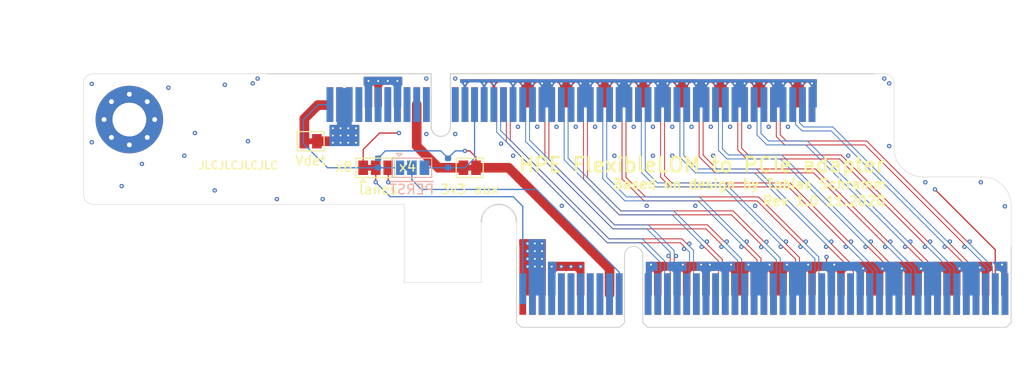
<source format=kicad_pcb>
(kicad_pcb (version 20171130) (host pcbnew 5.1.5+dfsg1-2build2)
  (title_block (title "HPE FlexibleLOM to PCIe adapter") (date 2020-10-30) (rev "1.0 11.2020"))
  (layers (0 F.Cu mixed) (1 GND1 power) (2 GND2 power) (31 B.Cu signal) (34 B.Paste user) (35 F.Paste user) (36 B.SilkS user) (37 F.SilkS user) (38 B.Mask user) (39 F.Mask user) (44 Edge.Cuts user))
  (net 0 "")
  (net 1 /TX7-)
  (net 2 /TX7+)
  (net 3 /TX6-)
  (net 4 /TX0-)
  (net 5 /TX0+)
  (net 6 +3V3)
  (net 7 "Net-(J1-PadA9)")
  (net 8 "Net-(J1-PadA8)")
  (net 9 "Net-(J1-PadA7)")
  (net 10 "Net-(J1-PadA6)")
  (net 11 "Net-(J1-PadA5)")
  (net 12 +12V)
  (net 13 /REFCLK+)
  (net 14 "Net-(J1-PadB12)")
  (net 15 /RX0-)
  (net 16 /RX0+)
  (net 17 /REFCLK-)
  (net 18 /~PERST)
  (net 19 "Net-(J1-PadB9)")
  (net 20 "Net-(J1-PadB8)")
  (net 21 "Net-(J1-PadB6)")
  (net 22 "Net-(J1-PadB5)")
  (net 23 /RX1+)
  (net 24 /RX1-)
  (net 25 /RX2+)
  (net 26 /RX2-)
  (net 27 /RX3+)
  (net 28 /RX3-)
  (net 29 /TX1+)
  (net 30 /TX1-)
  (net 31 /TX2+)
  (net 32 /TX2-)
  (net 33 /TX3+)
  (net 34 /TX3-)
  (net 35 "Net-(J1-PadA32)")
  (net 36 /RX4+)
  (net 37 /RX4-)
  (net 38 /RX5+)
  (net 39 /RX5-)
  (net 40 /RX6+)
  (net 41 /RX6-)
  (net 42 /RX7+)
  (net 43 /RX7-)
  (net 44 /TX4+)
  (net 45 /TX4-)
  (net 46 /TX5+)
  (net 47 /TX5-)
  (net 48 /TX6+)
  (net 49 "Net-(J2-PadA6)")
  (net 50 "Net-(J2-PadA9)")
  (net 51 "Net-(J2-PadA10)")
  (net 52 "Net-(J2-PadA11)")
  (net 53 "Net-(J2-PadA12)")
  (net 54 "Net-(J2-PadA14)")
  (net 55 "Net-(J2-PadB49)")
  (net 56 "Net-(J2-PadB12)")
  (net 57 "Net-(J2-PadB14)")
  (net 58 "Net-(J2-PadB15)")
  (net 59 "Net-(J2-PadB4)")
  (net 60 "Net-(J2-PadB5)")
  (net 61 "Net-(J2-PadB7)")
  (net 62 "Net-(J2-PadB8)")
  (net 63 "Net-(J2-PadB9)")
  (net 64 "Net-(J2-PadB10)")
  (net 65 "Net-(J2-PadB11)")
  (net 66 "Net-(J2-PadA7)")
  (net 67 "Net-(J2-PadA4)")
  (net 68 "Net-(J2-PadA1)")
  (net 69 "Net-(J1-PadA10)")
  (net 70 "Net-(J1-PadA1)")
  (net 71 "Net-(J1-PadB17)")
  (net 72 "Net-(J1-PadB11)")
  (net 73 "Net-(J1-PadB30)")
  (net 74 "Net-(J1-PadA19)")
  (net 75 "Net-(J1-PadA33)")
  (net 76 "Net-(J2-PadB1)")
  (net 77 GND)
  (net 78 /PRSNT_x4)
  (net 79 /PRSNT_x8)
  (module MountingHole:MountingHole_3.5mm_Pad_Via (layer F.Cu) (at 79.2 104.75)
    (fp_text reference REF** hide)
    (fp_text value MountingHole_3.5mm_Pad_Via)
    (pad 1 thru_hole circle (at 0 0) (size 7 7) (drill 3.5) (layers *.Cu *.Mask))
    (pad 1 thru_hole circle (at 2.625 0) (size 0.8 0.8) (drill 0.5) (layers *.Cu *.Mask))
    (pad 1 thru_hole circle (at 1.856155 1.856155) (size 0.8 0.8) (drill 0.5) (layers *.Cu *.Mask))
    (pad 1 thru_hole circle (at 0 2.625) (size 0.8 0.8) (drill 0.5) (layers *.Cu *.Mask))
    (pad 1 thru_hole circle (at -1.856155 1.856155) (size 0.8 0.8) (drill 0.5) (layers *.Cu *.Mask))
    (pad 1 thru_hole circle (at -2.625 0) (size 0.8 0.8) (drill 0.5) (layers *.Cu *.Mask))
    (pad 1 thru_hole circle (at -1.856155 -1.856155) (size 0.8 0.8) (drill 0.5) (layers *.Cu *.Mask))
    (pad 1 thru_hole circle (at 0 -2.625) (size 0.8 0.8) (drill 0.5) (layers *.Cu *.Mask))
    (pad 1 thru_hole circle (at 1.856155 -1.856155) (size 0.8 0.8) (drill 0.5) (layers *.Cu *.Mask))
  )
  (module Connector_PCIe:UMAX_3126-10102T_PCIe_x8_edge_launch (layer F.Cu) (at 100 103.2)
    (fp_text reference J2 hide)
    (fp_text value HPE_FlexibleLOM_x8)
    (fp_line (start -6.5 -3.2) (end 10.5 -3.2) (layer Edge.Cuts) (width 0.12))
    (fp_line (start 12.5 -3.2) (end 56.5 -3.2) (layer Edge.Cuts) (width 0.12))
    (fp_line (start 12.5 2.3) (end 12.5 -3.2) (layer Edge.Cuts) (width 0.12))
    (fp_line (start 10.5 -3.2) (end 10.5 2.3) (layer Edge.Cuts) (width 0.12))
    (fp_arc (start 11.5 2.3) (end 10.5 2.3) (angle -180) (layer Edge.Cuts) (width 0.12))
    (pad "" np_thru_hole circle (at -4.8 -0.7 180) (size 2.2 2.2) (drill 2.2) (layers *.Cu *.Mask))
    (pad B1 smd rect (at 0 0 180) (size 0.7 3.6) (layers F.Cu F.Mask) (net 76 "Net-(J2-PadB1)"))
    (pad A1 smd rect (at 0 0 180) (size 0.7 3.6) (layers B.Cu B.Mask) (net 68 "Net-(J2-PadA1)"))
    (pad "" np_thru_hole circle (at 54.8 -0.7) (size 2.2 2.2) (drill 2.2) (layers *.Cu *.Mask))
    (pad A12 smd rect (at 13 0 180) (size 0.7 3.6) (layers B.Cu B.Mask) (net 53 "Net-(J2-PadA12)"))
    (pad B12 smd rect (at 13 0 180) (size 0.7 3.6) (layers F.Cu F.Mask) (net 56 "Net-(J2-PadB12)"))
    (pad B13 smd rect (at 14 0 180) (size 0.7 3.6) (layers F.Cu F.Mask) (net 77 GND))
    (pad B14 smd rect (at 15 0 180) (size 0.7 3.6) (layers F.Cu F.Mask) (net 57 "Net-(J2-PadB14)"))
    (pad B15 smd rect (at 16 0 180) (size 0.7 3.6) (layers F.Cu F.Mask) (net 58 "Net-(J2-PadB15)"))
    (pad B16 smd rect (at 17 0 180) (size 0.7 3.6) (layers F.Cu F.Mask) (net 77 GND))
    (pad B17 smd rect (at 18 0 180) (size 0.7 3.6) (layers F.Cu F.Mask) (net 16 /RX0+))
    (pad B18 smd rect (at 19 0 180) (size 0.7 3.6) (layers F.Cu F.Mask) (net 15 /RX0-))
    (pad B19 smd rect (at 20 0 180) (size 0.7 3.6) (layers F.Cu F.Mask) (net 77 GND))
    (pad B20 smd rect (at 21 0 180) (size 0.7 3.6) (layers F.Cu F.Mask) (net 77 GND))
    (pad B21 smd rect (at 22 0 180) (size 0.7 3.6) (layers F.Cu F.Mask) (net 23 /RX1+))
    (pad B22 smd rect (at 23 0 180) (size 0.7 3.6) (layers F.Cu F.Mask) (net 24 /RX1-))
    (pad B23 smd rect (at 24 0 180) (size 0.7 3.6) (layers F.Cu F.Mask) (net 77 GND))
    (pad B24 smd rect (at 25 0 180) (size 0.7 3.6) (layers F.Cu F.Mask) (net 77 GND))
    (pad B25 smd rect (at 26 0 180) (size 0.7 3.6) (layers F.Cu F.Mask) (net 25 /RX2+))
    (pad B26 smd rect (at 27 0 180) (size 0.7 3.6) (layers F.Cu F.Mask) (net 26 /RX2-))
    (pad B27 smd rect (at 28 0 180) (size 0.7 3.6) (layers F.Cu F.Mask) (net 77 GND))
    (pad B28 smd rect (at 29 0 180) (size 0.7 3.6) (layers F.Cu F.Mask) (net 77 GND))
    (pad B29 smd rect (at 30 0 180) (size 0.7 3.6) (layers F.Cu F.Mask) (net 27 /RX3+))
    (pad B30 smd rect (at 31 0 180) (size 0.7 3.6) (layers F.Cu F.Mask) (net 28 /RX3-))
    (pad B31 smd rect (at 32 0 180) (size 0.7 3.6) (layers F.Cu F.Mask) (net 77 GND))
    (pad B32 smd rect (at 33 0 180) (size 0.7 3.6) (layers F.Cu F.Mask) (net 77 GND))
    (pad B33 smd rect (at 34 0 180) (size 0.7 3.6) (layers F.Cu F.Mask) (net 36 /RX4+))
    (pad B34 smd rect (at 35 0 180) (size 0.7 3.6) (layers F.Cu F.Mask) (net 37 /RX4-))
    (pad B35 smd rect (at 36 0 180) (size 0.7 3.6) (layers F.Cu F.Mask) (net 77 GND))
    (pad B36 smd rect (at 37 0 180) (size 0.7 3.6) (layers F.Cu F.Mask) (net 77 GND))
    (pad B37 smd rect (at 38 0 180) (size 0.7 3.6) (layers F.Cu F.Mask) (net 38 /RX5+))
    (pad B38 smd rect (at 39 0 180) (size 0.7 3.6) (layers F.Cu F.Mask) (net 39 /RX5-))
    (pad B39 smd rect (at 40 0 180) (size 0.7 3.6) (layers F.Cu F.Mask) (net 77 GND))
    (pad B40 smd rect (at 41 0 180) (size 0.7 3.6) (layers F.Cu F.Mask) (net 77 GND))
    (pad B41 smd rect (at 42 0 180) (size 0.7 3.6) (layers F.Cu F.Mask) (net 40 /RX6+))
    (pad B42 smd rect (at 43 0 180) (size 0.7 3.6) (layers F.Cu F.Mask) (net 41 /RX6-))
    (pad B43 smd rect (at 44 0 180) (size 0.7 3.6) (layers F.Cu F.Mask) (net 77 GND))
    (pad B44 smd rect (at 45 0 180) (size 0.7 3.6) (layers F.Cu F.Mask) (net 77 GND))
    (pad B45 smd rect (at 46 0 180) (size 0.7 3.6) (layers F.Cu F.Mask) (net 42 /RX7+))
    (pad B46 smd rect (at 47 0 180) (size 0.7 3.6) (layers F.Cu F.Mask) (net 43 /RX7-))
    (pad B47 smd rect (at 48 0 180) (size 0.7 3.6) (layers F.Cu F.Mask) (net 77 GND))
    (pad B48 smd rect (at 49 0 180) (size 0.7 3.6) (layers F.Cu F.Mask) (net 77 GND))
    (pad B49 smd rect (at 50 0 180) (size 0.7 3.6) (layers F.Cu F.Mask) (net 55 "Net-(J2-PadB49)"))
    (pad A13 smd rect (at 14 0 180) (size 0.7 3.6) (layers B.Cu B.Mask) (net 77 GND))
    (pad A14 smd rect (at 15 0 180) (size 0.7 3.6) (layers B.Cu B.Mask) (net 54 "Net-(J2-PadA14)"))
    (pad A15 smd rect (at 16 0 180) (size 0.7 3.6) (layers B.Cu B.Mask) (net 77 GND))
    (pad A16 smd rect (at 17 0 180) (size 0.7 3.6) (layers B.Cu B.Mask) (net 13 /REFCLK+))
    (pad A17 smd rect (at 18 0 180) (size 0.7 3.6) (layers B.Cu B.Mask) (net 17 /REFCLK-))
    (pad A18 smd rect (at 19 0 180) (size 0.7 3.6) (layers B.Cu B.Mask) (net 77 GND))
    (pad A19 smd rect (at 20 0 180) (size 0.7 3.6) (layers B.Cu B.Mask) (net 5 /TX0+))
    (pad A20 smd rect (at 21 0 180) (size 0.7 3.6) (layers B.Cu B.Mask) (net 4 /TX0-))
    (pad A21 smd rect (at 22 0 180) (size 0.7 3.6) (layers B.Cu B.Mask) (net 77 GND))
    (pad A22 smd rect (at 23 0 180) (size 0.7 3.6) (layers B.Cu B.Mask) (net 77 GND))
    (pad A23 smd rect (at 24 0 180) (size 0.7 3.6) (layers B.Cu B.Mask) (net 29 /TX1+))
    (pad A24 smd rect (at 25 0 180) (size 0.7 3.6) (layers B.Cu B.Mask) (net 30 /TX1-))
    (pad A25 smd rect (at 26 0 180) (size 0.7 3.6) (layers B.Cu B.Mask) (net 77 GND))
    (pad A26 smd rect (at 27 0 180) (size 0.7 3.6) (layers B.Cu B.Mask) (net 77 GND))
    (pad A27 smd rect (at 28 0 180) (size 0.7 3.6) (layers B.Cu B.Mask) (net 31 /TX2+))
    (pad A28 smd rect (at 29 0 180) (size 0.7 3.6) (layers B.Cu B.Mask) (net 32 /TX2-))
    (pad A29 smd rect (at 30 0 180) (size 0.7 3.6) (layers B.Cu B.Mask) (net 77 GND))
    (pad A30 smd rect (at 31 0 180) (size 0.7 3.6) (layers B.Cu B.Mask) (net 77 GND))
    (pad A31 smd rect (at 32 0 180) (size 0.7 3.6) (layers B.Cu B.Mask) (net 33 /TX3+))
    (pad A32 smd rect (at 33 0 180) (size 0.7 3.6) (layers B.Cu B.Mask) (net 34 /TX3-))
    (pad A33 smd rect (at 34 0 180) (size 0.7 3.6) (layers B.Cu B.Mask) (net 77 GND))
    (pad A34 smd rect (at 35 0 180) (size 0.7 3.6) (layers B.Cu B.Mask) (net 77 GND))
    (pad A35 smd rect (at 36 0 180) (size 0.7 3.6) (layers B.Cu B.Mask) (net 44 /TX4+))
    (pad A36 smd rect (at 37 0 180) (size 0.7 3.6) (layers B.Cu B.Mask) (net 45 /TX4-))
    (pad A37 smd rect (at 38 0 180) (size 0.7 3.6) (layers B.Cu B.Mask) (net 77 GND))
    (pad A38 smd rect (at 39 0 180) (size 0.7 3.6) (layers B.Cu B.Mask) (net 77 GND))
    (pad A39 smd rect (at 40 0 180) (size 0.7 3.6) (layers B.Cu B.Mask) (net 46 /TX5+))
    (pad A40 smd rect (at 41 0 180) (size 0.7 3.6) (layers B.Cu B.Mask) (net 47 /TX5-))
    (pad A41 smd rect (at 42 0 180) (size 0.7 3.6) (layers B.Cu B.Mask) (net 77 GND))
    (pad A42 smd rect (at 43 0 180) (size 0.7 3.6) (layers B.Cu B.Mask) (net 77 GND))
    (pad A43 smd rect (at 44 0 180) (size 0.7 3.6) (layers B.Cu B.Mask) (net 48 /TX6+))
    (pad A44 smd rect (at 45 0 180) (size 0.7 3.6) (layers B.Cu B.Mask) (net 3 /TX6-))
    (pad A45 smd rect (at 46 0 180) (size 0.7 3.6) (layers B.Cu B.Mask) (net 77 GND))
    (pad A46 smd rect (at 47 0 180) (size 0.7 3.6) (layers B.Cu B.Mask) (net 77 GND))
    (pad A47 smd rect (at 48 0 180) (size 0.7 3.6) (layers B.Cu B.Mask) (net 2 /TX7+))
    (pad A48 smd rect (at 49 0 180) (size 0.7 3.6) (layers B.Cu B.Mask) (net 1 /TX7-))
    (pad A49 smd rect (at 50 0 180) (size 0.7 3.6) (layers B.Cu B.Mask) (net 77 GND))
    (pad B2 smd rect (at 1 0 180) (size 0.7 3.6) (layers F.Cu F.Mask) (net 12 +12V))
    (pad B3 smd rect (at 2 0 180) (size 0.7 3.6) (layers F.Cu F.Mask) (net 12 +12V))
    (pad B4 smd rect (at 3 0 180) (size 0.7 3.6) (layers F.Cu F.Mask) (net 59 "Net-(J2-PadB4)"))
    (pad B5 smd rect (at 4 0 180) (size 0.7 3.6) (layers F.Cu F.Mask) (net 60 "Net-(J2-PadB5)"))
    (pad B6 smd rect (at 5 0 180) (size 0.7 3.6) (layers F.Cu F.Mask) (net 77 GND))
    (pad B7 smd rect (at 6 0 180) (size 0.7 3.6) (layers F.Cu F.Mask) (net 61 "Net-(J2-PadB7)"))
    (pad B8 smd rect (at 7 0 180) (size 0.7 3.6) (layers F.Cu F.Mask) (net 62 "Net-(J2-PadB8)"))
    (pad B9 smd rect (at 8 0 180) (size 0.7 3.6) (layers F.Cu F.Mask) (net 63 "Net-(J2-PadB9)"))
    (pad B10 smd rect (at 9 0 180) (size 0.7 3.6) (layers F.Cu F.Mask) (net 64 "Net-(J2-PadB10)"))
    (pad B11 smd rect (at 10 0 180) (size 0.7 3.6) (layers F.Cu F.Mask) (net 65 "Net-(J2-PadB11)"))
    (pad A2 smd rect (at 1 0 180) (size 0.7 3.6) (layers B.Cu B.Mask) (net 12 +12V))
    (pad A3 smd rect (at 2 0 180) (size 0.7 3.6) (layers B.Cu B.Mask) (net 12 +12V))
    (pad A4 smd rect (at 3 0 180) (size 0.7 3.6) (layers B.Cu B.Mask) (net 67 "Net-(J2-PadA4)"))
    (pad A5 smd rect (at 4 0 180) (size 0.7 3.6) (layers B.Cu B.Mask) (net 77 GND))
    (pad A6 smd rect (at 5 0 180) (size 0.7 3.6) (layers B.Cu B.Mask) (net 49 "Net-(J2-PadA6)"))
    (pad A7 smd rect (at 6 0 180) (size 0.7 3.6) (layers B.Cu B.Mask) (net 66 "Net-(J2-PadA7)"))
    (pad A8 smd rect (at 7 0 180) (size 0.7 3.6) (layers B.Cu B.Mask) (net 77 GND))
    (pad A9 smd rect (at 8 0 180) (size 0.7 3.6) (layers B.Cu B.Mask) (net 50 "Net-(J2-PadA9)"))
    (pad A10 smd rect (at 9 0 180) (size 0.7 3.6) (layers B.Cu B.Mask) (net 51 "Net-(J2-PadA10)"))
    (pad A11 smd rect (at 10 0 180) (size 0.7 3.6) (layers B.Cu B.Mask) (net 52 "Net-(J2-PadA11)"))
  )
  (module Jumper:SolderJumper-2_P1.3mm_Bridged_Pad1.0x1.5mm (layer F.Cu) (at 98 107 180)
    (fp_text reference JP2 hide)
    (fp_text value Jumper_NC_Small)
    (fp_poly (pts (xy -0.25 -0.3) (xy 0.25 -0.3) (xy 0.25 0.3) (xy -0.25 0.3)) (layer F.Cu) (width 0))
    (pad 2 smd rect (at 0.65 0 180) (size 1 1.5) (layers F.Cu F.Mask) (net 76 "Net-(J2-PadB1)"))
    (pad 1 smd rect (at -0.65 0 180) (size 1 1.5) (layers F.Cu F.Mask) (net 12 +12V))
  )
  (module Jumper:SolderJumper-3_P1.3mm_Bridged12_Pad1.0x1.5mm (layer F.Cu) (at 104.75 109.75)
    (fp_text reference JP4 hide)
    (fp_text value Jumper_3_Bridged12)
    (fp_poly (pts (xy -0.9 -0.3) (xy -0.4 -0.3) (xy -0.4 0.3) (xy -0.9 0.3)) (layer F.Cu) (width 0))
    (pad 2 smd rect (at 0 0) (size 1 1.5) (layers F.Cu F.Mask) (net 70 "Net-(J1-PadA1)"))
    (pad 3 smd rect (at 1.3 0) (size 1 1.5) (layers F.Cu F.Mask) (net 78 /PRSNT_x4))
    (pad 1 smd rect (at -1.3 0) (size 1 1.5) (layers F.Cu F.Mask) (net 79 /PRSNT_x8))
  )
  (module Jumper:SolderJumper-2_P1.3mm_Bridged_Pad1.0x1.5mm (layer F.Cu) (at 114.5 109.75 180)
    (fp_text reference JP1 hide)
    (fp_text value Jumper_NC_Small)
    (fp_poly (pts (xy -0.25 -0.3) (xy 0.25 -0.3) (xy 0.25 0.3) (xy -0.25 0.3)) (layer F.Cu) (width 0))
    (pad 2 smd rect (at 0.65 0 180) (size 1 1.5) (layers F.Cu F.Mask) (net 64 "Net-(J2-PadB10)"))
    (pad 1 smd rect (at -0.65 0 180) (size 1 1.5) (layers F.Cu F.Mask) (net 6 +3V3))
  )
  (module Connector_PCBEdge:BUS_PCIexpress_x8 (layer F.Cu) (at 120 122.85)
    (fp_text reference J1 hide)
    (fp_text value Connector_PCIe_x8)
    (fp_arc (start 11.5 -4) (end 12.45 -4) (angle -180) (layer Edge.Cuts) (width 0.1))
    (fp_line (start 10.55 -4) (end 10.55 2.95) (layer Edge.Cuts) (width 0.1))
    (fp_line (start 12.45 -4) (end 12.45 2.95) (layer Edge.Cuts) (width 0.1))
    (fp_line (start -0.65 -4.95) (end -0.65 2.95) (layer Edge.Cuts) (width 0.1))
    (fp_line (start -0.15 3.45) (end 10.05 3.45) (layer Edge.Cuts) (width 0.1))
    (fp_line (start 50.65 -4.95) (end 50.65 2.95) (layer Edge.Cuts) (width 0.1))
    (fp_line (start 12.95 3.45) (end 50.15 3.45) (layer Edge.Cuts) (width 0.1))
    (fp_line (start -0.65 2.95) (end -0.15 3.45) (layer Edge.Cuts) (width 0.1))
    (fp_line (start 10.55 2.95) (end 10.05 3.45) (layer Edge.Cuts) (width 0.1))
    (fp_line (start 12.45 2.95) (end 12.95 3.45) (layer Edge.Cuts) (width 0.1))
    (fp_line (start 50.65 2.95) (end 50.15 3.45) (layer Edge.Cuts) (width 0.1))
    (pad A49 connect rect (at 50 0) (size 0.7 4.3) (layers B.Cu B.Mask) (net 77 GND))
    (pad A48 connect rect (at 49 0) (size 0.7 4.3) (layers B.Cu B.Mask) (net 43 /RX7-))
    (pad A47 connect rect (at 48 0) (size 0.7 4.3) (layers B.Cu B.Mask) (net 42 /RX7+))
    (pad A46 connect rect (at 47 0) (size 0.7 4.3) (layers B.Cu B.Mask) (net 77 GND))
    (pad A45 connect rect (at 46 0) (size 0.7 4.3) (layers B.Cu B.Mask) (net 77 GND))
    (pad A44 connect rect (at 45 0) (size 0.7 4.3) (layers B.Cu B.Mask) (net 41 /RX6-))
    (pad A43 connect rect (at 44 0) (size 0.7 4.3) (layers B.Cu B.Mask) (net 40 /RX6+))
    (pad A42 connect rect (at 43 0) (size 0.7 4.3) (layers B.Cu B.Mask) (net 77 GND))
    (pad A13 connect rect (at 14 0) (size 0.7 4.3) (layers B.Cu B.Mask) (net 13 /REFCLK+))
    (pad A12 connect rect (at 13 0) (size 0.7 4.3) (layers B.Cu B.Mask) (net 77 GND))
    (pad A18 connect rect (at 19 0) (size 0.7 4.3) (layers B.Cu B.Mask) (net 77 GND))
    (pad A17 connect rect (at 18 0) (size 0.7 4.3) (layers B.Cu B.Mask) (net 15 /RX0-))
    (pad A16 connect rect (at 17 0) (size 0.7 4.3) (layers B.Cu B.Mask) (net 16 /RX0+))
    (pad A15 connect rect (at 16 0) (size 0.7 4.3) (layers B.Cu B.Mask) (net 77 GND))
    (pad A14 connect rect (at 15 0) (size 0.7 4.3) (layers B.Cu B.Mask) (net 17 /REFCLK-))
    (pad A11 connect rect (at 10 0) (size 0.7 4.3) (layers B.Cu B.Mask) (net 18 /~PERST))
    (pad A10 connect rect (at 9 0) (size 0.7 4.3) (layers B.Cu B.Mask) (net 69 "Net-(J1-PadA10)"))
    (pad A9 connect rect (at 8 0) (size 0.7 4.3) (layers B.Cu B.Mask) (net 7 "Net-(J1-PadA9)"))
    (pad A8 connect rect (at 7 0) (size 0.7 4.3) (layers B.Cu B.Mask) (net 8 "Net-(J1-PadA8)"))
    (pad A7 connect rect (at 6 0) (size 0.7 4.3) (layers B.Cu B.Mask) (net 9 "Net-(J1-PadA7)"))
    (pad A6 connect rect (at 5 0) (size 0.7 4.3) (layers B.Cu B.Mask) (net 10 "Net-(J1-PadA6)"))
    (pad A5 connect rect (at 4 0) (size 0.7 4.3) (layers B.Cu B.Mask) (net 11 "Net-(J1-PadA5)"))
    (pad A4 connect rect (at 3 0) (size 0.7 4.3) (layers B.Cu B.Mask) (net 77 GND))
    (pad A3 connect rect (at 2 0) (size 0.7 4.3) (layers B.Cu B.Mask) (net 12 +12V))
    (pad A2 connect rect (at 1 0) (size 0.7 4.3) (layers B.Cu B.Mask) (net 12 +12V))
    (pad A1 connect rect (at 0 -0.55) (size 0.7 3.2) (layers B.Cu B.Mask) (net 70 "Net-(J1-PadA1)"))
    (pad B13 connect rect (at 14 0) (size 0.7 4.3) (layers F.Cu F.Mask) (net 77 GND))
    (pad B12 connect rect (at 13 0) (size 0.7 4.3) (layers F.Cu F.Mask) (net 14 "Net-(J1-PadB12)"))
    (pad B18 connect rect (at 19 0) (size 0.7 4.3) (layers F.Cu F.Mask) (net 77 GND))
    (pad B17 connect rect (at 18 0) (size 0.7 4.3) (layers F.Cu F.Mask) (net 71 "Net-(J1-PadB17)"))
    (pad B16 connect rect (at 17 0) (size 0.7 4.3) (layers F.Cu F.Mask) (net 77 GND))
    (pad B15 connect rect (at 16 0) (size 0.7 4.3) (layers F.Cu F.Mask) (net 4 /TX0-))
    (pad B14 connect rect (at 15 0) (size 0.7 4.3) (layers F.Cu F.Mask) (net 5 /TX0+))
    (pad B11 connect rect (at 10 0) (size 0.7 4.3) (layers F.Cu F.Mask) (net 72 "Net-(J1-PadB11)"))
    (pad B10 connect rect (at 9 0) (size 0.7 4.3) (layers F.Cu F.Mask) (net 6 +3V3))
    (pad B9 connect rect (at 8 0) (size 0.7 4.3) (layers F.Cu F.Mask) (net 19 "Net-(J1-PadB9)"))
    (pad B8 connect rect (at 7 0) (size 0.7 4.3) (layers F.Cu F.Mask) (net 20 "Net-(J1-PadB8)"))
    (pad B7 connect rect (at 6 0) (size 0.7 4.3) (layers F.Cu F.Mask) (net 77 GND))
    (pad B6 connect rect (at 5 0) (size 0.7 4.3) (layers F.Cu F.Mask) (net 21 "Net-(J1-PadB6)"))
    (pad B5 connect rect (at 4 0) (size 0.7 4.3) (layers F.Cu F.Mask) (net 22 "Net-(J1-PadB5)"))
    (pad B4 connect rect (at 3 0) (size 0.7 4.3) (layers F.Cu F.Mask) (net 77 GND))
    (pad B3 connect rect (at 2 0) (size 0.7 4.3) (layers F.Cu F.Mask) (net 12 +12V))
    (pad B2 connect rect (at 1 0) (size 0.7 4.3) (layers F.Cu F.Mask) (net 12 +12V))
    (pad B1 connect rect (at 0 0) (size 0.7 4.3) (layers F.Cu F.Mask) (net 12 +12V))
    (pad B19 connect rect (at 20 0) (size 0.7 4.3) (layers F.Cu F.Mask) (net 29 /TX1+))
    (pad B20 connect rect (at 21 0) (size 0.7 4.3) (layers F.Cu F.Mask) (net 30 /TX1-))
    (pad B21 connect rect (at 22 0) (size 0.7 4.3) (layers F.Cu F.Mask) (net 77 GND))
    (pad B22 connect rect (at 23 0) (size 0.7 4.3) (layers F.Cu F.Mask) (net 77 GND))
    (pad B23 connect rect (at 24 0) (size 0.7 4.3) (layers F.Cu F.Mask) (net 31 /TX2+))
    (pad B24 connect rect (at 25 0) (size 0.7 4.3) (layers F.Cu F.Mask) (net 32 /TX2-))
    (pad B25 connect rect (at 26 0) (size 0.7 4.3) (layers F.Cu F.Mask) (net 77 GND))
    (pad B26 connect rect (at 27 0) (size 0.7 4.3) (layers F.Cu F.Mask) (net 77 GND))
    (pad B27 connect rect (at 28 0) (size 0.7 4.3) (layers F.Cu F.Mask) (net 33 /TX3+))
    (pad B28 connect rect (at 29 0) (size 0.7 4.3) (layers F.Cu F.Mask) (net 34 /TX3-))
    (pad B29 connect rect (at 30 0) (size 0.7 4.3) (layers F.Cu F.Mask) (net 77 GND))
    (pad B30 connect rect (at 31 0) (size 0.7 4.3) (layers F.Cu F.Mask) (net 73 "Net-(J1-PadB30)"))
    (pad B31 connect rect (at 32 0) (size 0.7 4.3) (layers F.Cu F.Mask) (net 78 /PRSNT_x4))
    (pad B32 connect rect (at 33 0) (size 0.7 4.3) (layers F.Cu F.Mask) (net 77 GND))
    (pad A19 connect rect (at 20 0) (size 0.7 4.3) (layers B.Cu B.Mask) (net 74 "Net-(J1-PadA19)"))
    (pad A20 connect rect (at 21 0) (size 0.7 4.3) (layers B.Cu B.Mask) (net 77 GND))
    (pad A21 connect rect (at 22 0) (size 0.7 4.3) (layers B.Cu B.Mask) (net 23 /RX1+))
    (pad A22 connect rect (at 23 0) (size 0.7 4.3) (layers B.Cu B.Mask) (net 24 /RX1-))
    (pad A23 connect rect (at 24 0) (size 0.7 4.3) (layers B.Cu B.Mask) (net 77 GND))
    (pad A24 connect rect (at 25 0) (size 0.7 4.3) (layers B.Cu B.Mask) (net 77 GND))
    (pad A25 connect rect (at 26 0) (size 0.7 4.3) (layers B.Cu B.Mask) (net 25 /RX2+))
    (pad A26 connect rect (at 27 0) (size 0.7 4.3) (layers B.Cu B.Mask) (net 26 /RX2-))
    (pad A27 connect rect (at 28 0) (size 0.7 4.3) (layers B.Cu B.Mask) (net 77 GND))
    (pad A28 connect rect (at 29 0) (size 0.7 4.3) (layers B.Cu B.Mask) (net 77 GND))
    (pad A29 connect rect (at 30 0) (size 0.7 4.3) (layers B.Cu B.Mask) (net 27 /RX3+))
    (pad A30 connect rect (at 31 0) (size 0.7 4.3) (layers B.Cu B.Mask) (net 28 /RX3-))
    (pad A31 connect rect (at 32 0) (size 0.7 4.3) (layers B.Cu B.Mask) (net 77 GND))
    (pad A32 connect rect (at 33 0) (size 0.7 4.3) (layers B.Cu B.Mask) (net 35 "Net-(J1-PadA32)"))
    (pad B33 connect rect (at 34 0) (size 0.7 4.3) (layers F.Cu F.Mask) (net 44 /TX4+))
    (pad B34 connect rect (at 35 0) (size 0.7 4.3) (layers F.Cu F.Mask) (net 45 /TX4-))
    (pad B35 connect rect (at 36 0) (size 0.7 4.3) (layers F.Cu F.Mask) (net 77 GND))
    (pad B36 connect rect (at 37 0) (size 0.7 4.3) (layers F.Cu F.Mask) (net 77 GND))
    (pad B37 connect rect (at 38 0) (size 0.7 4.3) (layers F.Cu F.Mask) (net 46 /TX5+))
    (pad B38 connect rect (at 39 0) (size 0.7 4.3) (layers F.Cu F.Mask) (net 47 /TX5-))
    (pad B39 connect rect (at 40 0) (size 0.7 4.3) (layers F.Cu F.Mask) (net 77 GND))
    (pad B40 connect rect (at 41 0) (size 0.7 4.3) (layers F.Cu F.Mask) (net 77 GND))
    (pad B41 connect rect (at 42 0) (size 0.7 4.3) (layers F.Cu F.Mask) (net 48 /TX6+))
    (pad B42 connect rect (at 43 0) (size 0.7 4.3) (layers F.Cu F.Mask) (net 3 /TX6-))
    (pad B43 connect rect (at 44 0) (size 0.7 4.3) (layers F.Cu F.Mask) (net 77 GND))
    (pad B44 connect rect (at 45 0) (size 0.7 4.3) (layers F.Cu F.Mask) (net 77 GND))
    (pad B45 connect rect (at 46 0) (size 0.7 4.3) (layers F.Cu F.Mask) (net 2 /TX7+))
    (pad B46 connect rect (at 47 0) (size 0.7 4.3) (layers F.Cu F.Mask) (net 1 /TX7-))
    (pad B47 connect rect (at 48 0) (size 0.7 4.3) (layers F.Cu F.Mask) (net 77 GND))
    (pad B48 connect rect (at 49 -0.55) (size 0.7 3.2) (layers F.Cu F.Mask) (net 79 /PRSNT_x8))
    (pad B49 connect rect (at 50 0) (size 0.7 4.3) (layers F.Cu F.Mask) (net 77 GND))
    (pad A33 connect rect (at 34 0) (size 0.7 4.3) (layers B.Cu B.Mask) (net 75 "Net-(J1-PadA33)"))
    (pad A34 connect rect (at 35 0) (size 0.7 4.3) (layers B.Cu B.Mask) (net 77 GND))
    (pad A35 connect rect (at 36 0) (size 0.7 4.3) (layers B.Cu B.Mask) (net 36 /RX4+))
    (pad A36 connect rect (at 37 0) (size 0.7 4.3) (layers B.Cu B.Mask) (net 37 /RX4-))
    (pad A37 connect rect (at 38 0) (size 0.7 4.3) (layers B.Cu B.Mask) (net 77 GND))
    (pad A38 connect rect (at 39 0) (size 0.7 4.3) (layers B.Cu B.Mask) (net 77 GND))
    (pad A39 connect rect (at 40 0) (size 0.7 4.3) (layers B.Cu B.Mask) (net 38 /RX5+))
    (pad A40 connect rect (at 41 0) (size 0.7 4.3) (layers B.Cu B.Mask) (net 39 /RX5-))
    (pad A41 connect rect (at 42 0) (size 0.7 4.3) (layers B.Cu B.Mask) (net 77 GND))
  )
  (module Resistor_SMD:R_0402_1005Metric (layer B.Cu) (at 112.25 109.25 90)
    (fp_text reference R2 hide)
    (fp_text value 100kR)
    (pad 2 smd roundrect (at 0.485 0 90) (size 0.59 0.64) (layers B.Cu B.Paste B.Mask) (net 6 +3V3))
    (pad 1 smd roundrect (at -0.485 0 90) (size 0.59 0.64) (layers B.Cu B.Paste B.Mask) (net 54 "Net-(J2-PadA14)"))
  )
  (module Jumper:SolderJumper-3_P1.3mm_Bridged12_Pad1.0x1.5mm (layer B.Cu) (at 108.5 109.75)
    (fp_text reference JP3 hide)
    (fp_text value Jumper_3_Bridged12)
    (fp_poly (pts (xy -0.9 0.3) (xy -0.4 0.3) (xy -0.4 -0.3) (xy -0.9 -0.3)) (layer B.Cu) (width 0))
    (pad 2 smd rect (at 0 0) (size 1 1.5) (layers B.Cu B.Mask) (net 18 /~PERST))
    (pad 3 smd rect (at 1.3 0) (size 1 1.5) (layers B.Cu B.Mask) (net 54 "Net-(J2-PadA14)"))
    (pad 1 smd rect (at -1.3 0) (size 1 1.5) (layers B.Cu B.Mask) (net 68 "Net-(J2-PadA1)"))
  )
  (module Resistor_SMD:R_0402_1005Metric (layer B.Cu) (at 105 109.25 90)
    (fp_text reference R1 hide)
    (fp_text value 100kR)
    (pad 2 smd roundrect (at 0.485 0 90) (size 0.59 0.64) (layers B.Cu B.Paste B.Mask) (net 6 +3V3))
    (pad 1 smd roundrect (at -0.485 0 90) (size 0.59 0.64) (layers B.Cu B.Paste B.Mask) (net 68 "Net-(J2-PadA1)"))
  )
  (gr_text "Rev 1.0 11.2020" (at 157.75 113.2) (layer F.SilkS) (effects (font (size 1 1) (thickness 0.2)) (justify right)))
  (gr_arc (start 75.45 101) (end 75.45 100) (angle -90) (layer Edge.Cuts) (width 0.05))
  (gr_arc (start 75.45 112.55) (end 74.45 112.55) (angle -90) (layer Edge.Cuts) (width 0.05))
  (gr_line (start 74.45 101) (end 74.45 112.55) (layer Edge.Cuts) (width 0.05))
  (gr_line (start 94.5 113.55) (end 75.45 113.55) (layer Edge.Cuts) (width 0.05))
  (gr_arc (start 167.65 113.7) (end 170.65 113.7) (angle -90) (layer Edge.Cuts) (width 0.05))
  (gr_line (start 161.5 110.7) (end 167.65 110.7) (layer Edge.Cuts) (width 0.05))
  (gr_arc (start 161.5 107.7) (end 158.5 107.7) (angle -90) (layer Edge.Cuts) (width 0.05))
  (gr_arc (start 157.5 101) (end 158.5 101) (angle -90) (layer Edge.Cuts) (width 0.05))
  (gr_line (start 158.5 101) (end 158.5 107.7) (layer Edge.Cuts) (width 0.05))
  (gr_line (start 157.5 100) (end 156.5 100) (layer Edge.Cuts) (width 0.05))
  (gr_text JLCJLCJLCJLC (at 90.5 109.5) (layer F.SilkS) (effects (font (size 0.8 0.8))))
  (gr_text "Based on design by Tobias Schramm\n" (at 157.8 111.45) (layer F.SilkS) (effects (font (size 1 1) (thickness 0.2)) (justify right)))
  (gr_line (start 119.35 115.375) (end 119.35 117.9) (layer Edge.Cuts) (width 0.05))
  (gr_line (start 115.7 121.65) (end 107.7 121.65) (layer Edge.Cuts) (width 0.05))
  (gr_line (start 115.7 115.375) (end 115.7 121.65) (layer Edge.Cuts) (width 0.05))
  (gr_text "HPE FlexibleLOM to PCIe adapter" (at 157.7 109.45) (layer F.SilkS) (effects (font (size 1.5 1.5) (thickness 0.25)) (justify right)))
  (gr_text lanes (at 105 112) (layer F.SilkS) (effects (font (size 1 1))))
  (gr_text Vdet (at 98 109) (layer F.SilkS) (effects (font (size 1 1))))
  (gr_text "3v3 aux" (at 114.5 112) (layer F.SilkS) (effects (font (size 1 1))))
  (gr_text x4 (at 108.05 109.65) (layer F.SilkS) (effects (font (size 1 1))))
  (gr_text x8 (at 101.45 109.65) (layer F.SilkS) (effects (font (size 1 1))))
  (gr_line (start 170.65 117.9) (end 170.65 113.7) (layer Edge.Cuts) (width 0.05))
  (gr_line (start 75.45 100) (end 93.5 100) (layer Edge.Cuts) (width 0.05))
  (gr_arc (start 117.525 115.375) (end 119.35 115.375) (angle -180) (layer Edge.Cuts) (width 0.15))
  (gr_line (start 94.5 113.55) (end 107.7 113.55) (layer Edge.Cuts) (width 0.05))
  (gr_line (start 107.7 113.55) (end 107.7 121.65) (layer Edge.Cuts) (width 0.05))
  (gr_text ~PERST (at 108.5 112) (layer B.SilkS) (effects (font (size 1 1)) (justify mirror)))
  (segment (start 148.705 104.945) (end 148.705 105.090086) (width 0.09) (layer B.Cu) (net 1))
  (segment (start 149 104.65) (end 148.705 104.945) (width 0.09) (layer B.Cu) (net 1))
  (segment (start 149 103.2) (end 149 104.65) (width 0.09) (layer B.Cu) (net 1))
  (segment (start 148.705 105.090086) (end 149.134914 105.52) (width 0.09) (layer B.Cu) (net 1))
  (segment (start 164.042677 117.402763) (end 164.297237 117.402763) (width 0.09) (layer B.Cu) (net 1))
  (segment (start 149.134914 105.52) (end 152.159914 105.52) (width 0.09) (layer B.Cu) (net 1))
  (segment (start 152.159914 105.52) (end 164.042677 117.402763) (width 0.09) (layer B.Cu) (net 1))
  (via (at 164.297237 117.402763) (size 0.45) (drill 0.2) (layers F.Cu B.Cu) (net 1))
  (segment (start 166.705 120.065086) (end 164.297237 117.657323) (width 0.09) (layer F.Cu) (net 1))
  (segment (start 164.297237 117.657323) (end 164.297237 117.402763) (width 0.09) (layer F.Cu) (net 1))
  (segment (start 166.705 120.755) (end 166.705 120.065086) (width 0.09) (layer F.Cu) (net 1))
  (segment (start 167 122.85) (end 167 121.05) (width 0.09) (layer F.Cu) (net 1))
  (segment (start 167 121.05) (end 166.705 120.755) (width 0.09) (layer F.Cu) (net 1))
  (segment (start 148.295 104.945) (end 148.295 105.259914) (width 0.09) (layer B.Cu) (net 2))
  (segment (start 148 104.65) (end 148.295 104.945) (width 0.09) (layer B.Cu) (net 2))
  (segment (start 148 103.2) (end 148 104.65) (width 0.09) (layer B.Cu) (net 2))
  (segment (start 148.295 105.259914) (end 148.965086 105.93) (width 0.09) (layer B.Cu) (net 2))
  (segment (start 163.752763 117.692677) (end 163.752763 117.947237) (width 0.09) (layer B.Cu) (net 2))
  (segment (start 151.990086 105.93) (end 163.752763 117.692677) (width 0.09) (layer B.Cu) (net 2))
  (segment (start 148.965086 105.93) (end 151.990086 105.93) (width 0.09) (layer B.Cu) (net 2))
  (via (at 163.752763 117.947237) (size 0.45) (drill 0.2) (layers F.Cu B.Cu) (net 2))
  (segment (start 164.007323 117.947237) (end 163.752763 117.947237) (width 0.09) (layer F.Cu) (net 2))
  (segment (start 166.295 120.234914) (end 164.007323 117.947237) (width 0.09) (layer F.Cu) (net 2))
  (segment (start 166.295 120.755) (end 166.295 120.234914) (width 0.09) (layer F.Cu) (net 2))
  (segment (start 166 121.05) (end 166.295 120.755) (width 0.09) (layer F.Cu) (net 2))
  (segment (start 166 122.85) (end 166 121.05) (width 0.09) (layer F.Cu) (net 2))
  (segment (start 145 104.65) (end 144.705 104.945) (width 0.09) (layer B.Cu) (net 3))
  (segment (start 145 103.2) (end 145 104.65) (width 0.09) (layer B.Cu) (net 3))
  (segment (start 144.705 104.945) (end 144.705 106.190086) (width 0.09) (layer B.Cu) (net 3))
  (segment (start 144.705 106.190086) (end 145.484914 106.97) (width 0.09) (layer B.Cu) (net 3))
  (segment (start 145.484914 106.97) (end 149.509914 106.97) (width 0.09) (layer B.Cu) (net 3))
  (segment (start 159.942677 117.402763) (end 160.197237 117.402763) (width 0.09) (layer B.Cu) (net 3))
  (via (at 160.197237 117.402763) (size 0.45) (drill 0.2) (layers F.Cu B.Cu) (net 3))
  (segment (start 149.509914 106.97) (end 159.942677 117.402763) (width 0.09) (layer B.Cu) (net 3))
  (segment (start 160.197237 117.657323) (end 160.197237 117.402763) (width 0.09) (layer F.Cu) (net 3))
  (segment (start 162.705 120.165086) (end 160.197237 117.657323) (width 0.09) (layer F.Cu) (net 3))
  (segment (start 162.705 120.755) (end 162.705 120.165086) (width 0.09) (layer F.Cu) (net 3))
  (segment (start 163 122.85) (end 163 121.05) (width 0.09) (layer F.Cu) (net 3))
  (segment (start 163 121.05) (end 162.705 120.755) (width 0.09) (layer F.Cu) (net 3))
  (segment (start 121 104.65) (end 120.705 104.945) (width 0.09) (layer B.Cu) (net 4))
  (segment (start 120.705 104.945) (end 120.705 106.865086) (width 0.09) (layer B.Cu) (net 4))
  (segment (start 120.705 106.865086) (end 129.516499 115.676585) (width 0.09) (layer B.Cu) (net 4))
  (segment (start 121 103.2) (end 121 104.65) (width 0.09) (layer B.Cu) (net 4))
  (segment (start 136 122.85) (end 136 121.05) (width 0.09) (layer F.Cu) (net 4))
  (segment (start 136 121.05) (end 135.705 120.755) (width 0.09) (layer F.Cu) (net 4))
  (segment (start 135.705 119.08) (end 135.885 118.9) (width 0.09) (layer F.Cu) (net 4))
  (via (at 135.885 118.9) (size 0.45) (drill 0.2) (layers F.Cu B.Cu) (net 4))
  (segment (start 135.885 118.9) (end 135.705 118.72) (width 0.09) (layer B.Cu) (net 4))
  (segment (start 129.516499 115.676585) (end 133.041499 115.676585) (width 0.09) (layer B.Cu) (net 4))
  (segment (start 133.041499 115.676585) (end 135.705 118.340086) (width 0.09) (layer B.Cu) (net 4))
  (segment (start 135.705 118.340086) (end 135.705 118.72) (width 0.09) (layer B.Cu) (net 4))
  (segment (start 135.705 120.755) (end 135.705 119.08) (width 0.09) (layer F.Cu) (net 4))
  (segment (start 120 103.2) (end 120 104.65) (width 0.09) (layer B.Cu) (net 5))
  (segment (start 120 104.65) (end 120.295 104.945) (width 0.09) (layer B.Cu) (net 5))
  (segment (start 120.295 104.945) (end 120.295 107.034914) (width 0.09) (layer B.Cu) (net 5))
  (segment (start 120.295 107.034914) (end 129.346671 116.086585) (width 0.09) (layer B.Cu) (net 5))
  (segment (start 135 121.05) (end 135.295 120.755) (width 0.09) (layer F.Cu) (net 5))
  (segment (start 135 122.85) (end 135 121.05) (width 0.09) (layer F.Cu) (net 5))
  (segment (start 135.295 119.08) (end 135.115 118.9) (width 0.09) (layer F.Cu) (net 5))
  (via (at 135.115 118.9) (size 0.45) (drill 0.2) (layers F.Cu B.Cu) (net 5))
  (segment (start 135.115 118.9) (end 135.295 118.72) (width 0.09) (layer B.Cu) (net 5))
  (segment (start 132.871671 116.086585) (end 135.295 118.509914) (width 0.09) (layer B.Cu) (net 5))
  (segment (start 129.346671 116.086585) (end 132.871671 116.086585) (width 0.09) (layer B.Cu) (net 5))
  (segment (start 135.295 118.509914) (end 135.295 118.72) (width 0.09) (layer B.Cu) (net 5))
  (segment (start 135.295 120.755) (end 135.295 119.08) (width 0.09) (layer F.Cu) (net 5))
  (segment (start 129 120.221398) (end 118.528602 109.75) (width 1) (layer F.Cu) (net 6))
  (segment (start 129 122.85) (end 129 120.221398) (width 1) (layer F.Cu) (net 6))
  (segment (start 118.528602 109.75) (end 115.25 109.75) (width 1) (layer F.Cu) (net 6))
  (segment (start 105 108.765) (end 105 108.75) (width 0.127) (layer B.Cu) (net 6))
  (segment (start 112.25 108.765) (end 112.25 108.75) (width 0.127) (layer B.Cu) (net 6))
  (segment (start 112.25 108.75) (end 111.5 108) (width 0.127) (layer B.Cu) (net 6))
  (segment (start 111.5 108) (end 105.75 108) (width 0.127) (layer B.Cu) (net 6))
  (segment (start 105.75 108) (end 105 108.75) (width 0.127) (layer B.Cu) (net 6))
  (via (at 114 108) (size 0.45) (drill 0.2) (layers F.Cu B.Cu) (net 6))
  (segment (start 115.15 108.65) (end 114.5 108) (width 0.127) (layer F.Cu) (net 6))
  (segment (start 114.5 108) (end 114 108) (width 0.127) (layer F.Cu) (net 6))
  (segment (start 115.15 109.75) (end 115.15 108.65) (width 0.127) (layer F.Cu) (net 6))
  (segment (start 112.25 108.75) (end 113 108) (width 0.127) (layer B.Cu) (net 6))
  (segment (start 113 108) (end 114 108) (width 0.127) (layer B.Cu) (net 6))
  (via (at 121.999999 118.4) (size 0.45) (drill 0.2) (layers F.Cu B.Cu) (net 12))
  (via (at 120.5 118.4) (size 0.45) (drill 0.2) (layers F.Cu B.Cu) (net 12))
  (via (at 121.25 118.4) (size 0.45) (drill 0.2) (layers F.Cu B.Cu) (net 12))
  (via (at 120.5 120) (size 0.45) (drill 0.2) (layers F.Cu B.Cu) (net 12))
  (via (at 122 120) (size 0.45) (drill 0.2) (layers F.Cu B.Cu) (net 12))
  (via (at 122 119.2) (size 0.45) (drill 0.2) (layers F.Cu B.Cu) (net 12))
  (via (at 121.25 117.6) (size 0.45) (drill 0.2) (layers F.Cu B.Cu) (net 12))
  (via (at 122 117.6) (size 0.45) (drill 0.2) (layers F.Cu B.Cu) (net 12))
  (via (at 121.249999 120) (size 0.45) (drill 0.2) (layers F.Cu B.Cu) (net 12))
  (via (at 121.25 119.2) (size 0.45) (drill 0.2) (layers F.Cu B.Cu) (net 12))
  (via (at 120.5 117.6) (size 0.45) (drill 0.2) (layers F.Cu B.Cu) (net 12))
  (via (at 120.5 119.2) (size 0.45) (drill 0.2) (layers F.Cu B.Cu) (net 12))
  (via (at 100.3 105.65) (size 0.45) (drill 0.2) (layers F.Cu B.Cu) (net 12))
  (via (at 100.300001 107.15) (size 0.45) (drill 0.2) (layers F.Cu B.Cu) (net 12))
  (via (at 100.3 106.399999) (size 0.45) (drill 0.2) (layers F.Cu B.Cu) (net 12))
  (via (at 102.7 107.15) (size 0.45) (drill 0.2) (layers F.Cu B.Cu) (net 12))
  (via (at 102.7 105.65) (size 0.45) (drill 0.2) (layers F.Cu B.Cu) (net 12))
  (via (at 102.7 106.4) (size 0.45) (drill 0.2) (layers F.Cu B.Cu) (net 12))
  (via (at 101.9 105.65) (size 0.45) (drill 0.2) (layers F.Cu B.Cu) (net 12))
  (via (at 101.9 106.4) (size 0.45) (drill 0.2) (layers F.Cu B.Cu) (net 12))
  (via (at 101.9 107.15) (size 0.45) (drill 0.2) (layers F.Cu B.Cu) (net 12))
  (via (at 101.1 107.15) (size 0.45) (drill 0.2) (layers F.Cu B.Cu) (net 12))
  (via (at 101.1 106.4) (size 0.45) (drill 0.2) (layers F.Cu B.Cu) (net 12))
  (via (at 101.1 105.65) (size 0.45) (drill 0.2) (layers F.Cu B.Cu) (net 12))
  (segment (start 98.65 107) (end 100.3 107) (width 1) (layer F.Cu) (net 12))
  (segment (start 117 103.2) (end 117 104.65) (width 0.09) (layer B.Cu) (net 13))
  (segment (start 117 104.65) (end 117.295 104.945) (width 0.09) (layer B.Cu) (net 13))
  (segment (start 117.295 104.945) (end 117.295 106.059914) (width 0.09) (layer B.Cu) (net 13))
  (segment (start 134.295 120.755) (end 134 121.05) (width 0.09) (layer B.Cu) (net 13))
  (segment (start 117.295 106.059914) (end 128.765086 117.53) (width 0.09) (layer B.Cu) (net 13))
  (segment (start 134 121.05) (end 134 122.85) (width 0.09) (layer B.Cu) (net 13))
  (segment (start 134.295 120.755) (end 134.295 119.584914) (width 0.09) (layer B.Cu) (net 13))
  (segment (start 132.240086 117.53) (end 128.765086 117.53) (width 0.09) (layer B.Cu) (net 13))
  (segment (start 134.295 119.584914) (end 132.240086 117.53) (width 0.09) (layer B.Cu) (net 13))
  (via (at 137.272237 117.627763) (size 0.45) (drill 0.2) (layers F.Cu B.Cu) (net 15))
  (segment (start 119 103.2) (end 119 104.65) (width 0.09) (layer F.Cu) (net 15))
  (segment (start 119 104.65) (end 118.705 104.945) (width 0.09) (layer F.Cu) (net 15))
  (segment (start 137.017677 117.627763) (end 137.272237 117.627763) (width 0.09) (layer F.Cu) (net 15))
  (segment (start 118.705 106.890086) (end 128.934914 117.12) (width 0.09) (layer F.Cu) (net 15))
  (segment (start 136.509914 117.12) (end 137.017677 117.627763) (width 0.09) (layer F.Cu) (net 15))
  (segment (start 128.934914 117.12) (end 136.509914 117.12) (width 0.09) (layer F.Cu) (net 15))
  (segment (start 118.705 104.945) (end 118.705 106.890086) (width 0.09) (layer F.Cu) (net 15))
  (segment (start 137.272237 117.882323) (end 137.272237 117.627763) (width 0.09) (layer B.Cu) (net 15))
  (segment (start 137.705 118.315086) (end 137.272237 117.882323) (width 0.09) (layer B.Cu) (net 15))
  (segment (start 137.705 120.755) (end 137.705 118.315086) (width 0.09) (layer B.Cu) (net 15))
  (segment (start 138 122.85) (end 138 121.05) (width 0.09) (layer B.Cu) (net 15))
  (segment (start 138 121.05) (end 137.705 120.755) (width 0.09) (layer B.Cu) (net 15))
  (segment (start 136.727763 117.917677) (end 136.727763 118.172237) (width 0.09) (layer F.Cu) (net 16))
  (segment (start 136.340086 117.53) (end 136.727763 117.917677) (width 0.09) (layer F.Cu) (net 16))
  (segment (start 118.295 104.945) (end 118.295 107.059914) (width 0.09) (layer F.Cu) (net 16))
  (segment (start 118 103.2) (end 118 104.65) (width 0.09) (layer F.Cu) (net 16))
  (segment (start 128.765086 117.53) (end 136.340086 117.53) (width 0.09) (layer F.Cu) (net 16))
  (via (at 136.727763 118.172237) (size 0.45) (drill 0.2) (layers F.Cu B.Cu) (net 16))
  (segment (start 118 104.65) (end 118.295 104.945) (width 0.09) (layer F.Cu) (net 16))
  (segment (start 118.295 107.059914) (end 128.765086 117.53) (width 0.09) (layer F.Cu) (net 16))
  (segment (start 136.982323 118.172237) (end 136.727763 118.172237) (width 0.09) (layer B.Cu) (net 16))
  (segment (start 137.295 118.484914) (end 136.982323 118.172237) (width 0.09) (layer B.Cu) (net 16))
  (segment (start 137.295 120.755) (end 137.295 118.484914) (width 0.09) (layer B.Cu) (net 16))
  (segment (start 137 121.05) (end 137.295 120.755) (width 0.09) (layer B.Cu) (net 16))
  (segment (start 137 122.85) (end 137 121.05) (width 0.09) (layer B.Cu) (net 16))
  (segment (start 118 104.65) (end 117.705 104.945) (width 0.09) (layer B.Cu) (net 17))
  (segment (start 134.705 120.755) (end 135 121.05) (width 0.09) (layer B.Cu) (net 17))
  (segment (start 117.705 104.945) (end 117.705 105.890086) (width 0.09) (layer B.Cu) (net 17))
  (segment (start 118 103.2) (end 118 104.65) (width 0.09) (layer B.Cu) (net 17))
  (segment (start 117.705 105.890086) (end 128.934914 117.12) (width 0.09) (layer B.Cu) (net 17))
  (segment (start 134.705 120.755) (end 134.705 119.415086) (width 0.09) (layer B.Cu) (net 17))
  (segment (start 132.409914 117.12) (end 128.934914 117.12) (width 0.09) (layer B.Cu) (net 17))
  (segment (start 134.705 119.415086) (end 132.409914 117.12) (width 0.09) (layer B.Cu) (net 17))
  (segment (start 130 120.573) (end 121.427 112) (width 0.127) (layer B.Cu) (net 18))
  (segment (start 108.5 111) (end 108.5 109.75) (width 0.127) (layer B.Cu) (net 18))
  (segment (start 109.5 112) (end 108.5 111) (width 0.127) (layer B.Cu) (net 18))
  (segment (start 121.427 112) (end 109.5 112) (width 0.127) (layer B.Cu) (net 18))
  (segment (start 130 122.85) (end 130 120.573) (width 0.127) (layer B.Cu) (net 18))
  (segment (start 142.295 120.755) (end 142 121.05) (width 0.09) (layer B.Cu) (net 23))
  (segment (start 142 121.05) (end 142 122.85) (width 0.09) (layer B.Cu) (net 23))
  (segment (start 142.295 119.384914) (end 142.295 120.755) (width 0.09) (layer B.Cu) (net 23))
  (segment (start 122.295 104.945) (end 122.295 109.034914) (width 0.09) (layer F.Cu) (net 23))
  (segment (start 122 103.2) (end 122 104.65) (width 0.09) (layer F.Cu) (net 23))
  (segment (start 129.340086 116.08) (end 138.990086 116.08) (width 0.09) (layer F.Cu) (net 23))
  (segment (start 122 104.65) (end 122.295 104.945) (width 0.09) (layer F.Cu) (net 23))
  (segment (start 122.295 109.034914) (end 129.340086 116.08) (width 0.09) (layer F.Cu) (net 23))
  (segment (start 138.990086 116.08) (end 140.602763 117.692677) (width 0.09) (layer F.Cu) (net 23))
  (segment (start 140.602763 117.692677) (end 140.602763 117.947237) (width 0.09) (layer F.Cu) (net 23))
  (via (at 140.602763 117.947237) (size 0.45) (drill 0.2) (layers F.Cu B.Cu) (net 23))
  (segment (start 140.857323 117.947237) (end 142.295 119.384914) (width 0.09) (layer B.Cu) (net 23))
  (segment (start 140.602763 117.947237) (end 140.857323 117.947237) (width 0.09) (layer B.Cu) (net 23))
  (segment (start 143 121.05) (end 143 122.85) (width 0.09) (layer B.Cu) (net 24))
  (segment (start 142.705 120.755) (end 143 121.05) (width 0.09) (layer B.Cu) (net 24))
  (segment (start 142.705 119.215086) (end 142.705 120.755) (width 0.09) (layer B.Cu) (net 24))
  (segment (start 140.892677 117.402763) (end 141.147237 117.402763) (width 0.09) (layer F.Cu) (net 24))
  (segment (start 129.509914 115.67) (end 139.159914 115.67) (width 0.09) (layer F.Cu) (net 24))
  (via (at 141.147237 117.402763) (size 0.45) (drill 0.2) (layers F.Cu B.Cu) (net 24))
  (segment (start 123 103.2) (end 123 104.65) (width 0.09) (layer F.Cu) (net 24))
  (segment (start 139.159914 115.67) (end 140.892677 117.402763) (width 0.09) (layer F.Cu) (net 24))
  (segment (start 123 104.65) (end 122.705 104.945) (width 0.09) (layer F.Cu) (net 24))
  (segment (start 122.705 104.945) (end 122.705 108.865086) (width 0.09) (layer F.Cu) (net 24))
  (segment (start 122.705 108.865086) (end 129.509914 115.67) (width 0.09) (layer F.Cu) (net 24))
  (segment (start 141.147237 117.657323) (end 142.705 119.215086) (width 0.09) (layer B.Cu) (net 24))
  (segment (start 141.147237 117.402763) (end 141.147237 117.657323) (width 0.09) (layer B.Cu) (net 24))
  (segment (start 126 104.65) (end 126.295 104.945) (width 0.09) (layer F.Cu) (net 25))
  (segment (start 126 103.2) (end 126 104.65) (width 0.09) (layer F.Cu) (net 25))
  (segment (start 126.295 104.945) (end 126.295 110.934914) (width 0.09) (layer F.Cu) (net 25))
  (segment (start 126.295 110.934914) (end 129.990086 114.63) (width 0.09) (layer F.Cu) (net 25))
  (segment (start 144.727763 117.717677) (end 144.727763 117.972237) (width 0.09) (layer F.Cu) (net 25))
  (segment (start 141.640086 114.63) (end 144.727763 117.717677) (width 0.09) (layer F.Cu) (net 25))
  (segment (start 129.990086 114.63) (end 141.640086 114.63) (width 0.09) (layer F.Cu) (net 25))
  (via (at 144.727763 117.972237) (size 0.45) (drill 0.2) (layers F.Cu B.Cu) (net 25))
  (segment (start 146 121.05) (end 146.295 120.755) (width 0.09) (layer B.Cu) (net 25))
  (segment (start 146 122.85) (end 146 121.05) (width 0.09) (layer B.Cu) (net 25))
  (segment (start 144.982323 117.972237) (end 144.727763 117.972237) (width 0.09) (layer B.Cu) (net 25))
  (segment (start 146.295 119.284914) (end 144.982323 117.972237) (width 0.09) (layer B.Cu) (net 25))
  (segment (start 146.295 120.755) (end 146.295 119.284914) (width 0.09) (layer B.Cu) (net 25))
  (segment (start 127 104.65) (end 126.705 104.945) (width 0.09) (layer F.Cu) (net 26))
  (segment (start 127 103.2) (end 127 104.65) (width 0.09) (layer F.Cu) (net 26))
  (segment (start 126.705 104.945) (end 126.705 110.765086) (width 0.09) (layer F.Cu) (net 26))
  (segment (start 126.705 110.765086) (end 130.159914 114.22) (width 0.09) (layer F.Cu) (net 26))
  (segment (start 141.809914 114.22) (end 145.017677 117.427763) (width 0.09) (layer F.Cu) (net 26))
  (segment (start 130.159914 114.22) (end 141.809914 114.22) (width 0.09) (layer F.Cu) (net 26))
  (segment (start 145.017677 117.427763) (end 145.272237 117.427763) (width 0.09) (layer F.Cu) (net 26))
  (via (at 145.272237 117.427763) (size 0.45) (drill 0.2) (layers F.Cu B.Cu) (net 26))
  (segment (start 147 121.05) (end 146.705 120.755) (width 0.09) (layer B.Cu) (net 26))
  (segment (start 147 122.85) (end 147 121.05) (width 0.09) (layer B.Cu) (net 26))
  (segment (start 146.705 119.115086) (end 145.272237 117.682323) (width 0.09) (layer B.Cu) (net 26))
  (segment (start 146.705 120.755) (end 146.705 119.115086) (width 0.09) (layer B.Cu) (net 26))
  (segment (start 145.272237 117.682323) (end 145.272237 117.427763) (width 0.09) (layer B.Cu) (net 26))
  (segment (start 130 104.65) (end 130.295 104.945) (width 0.09) (layer F.Cu) (net 27))
  (segment (start 130 103.2) (end 130 104.65) (width 0.09) (layer F.Cu) (net 27))
  (segment (start 130.295 104.945) (end 130.295 110.909914) (width 0.09) (layer F.Cu) (net 27))
  (segment (start 130.295 110.909914) (end 132.565086 113.18) (width 0.09) (layer F.Cu) (net 27))
  (segment (start 148.802763 117.692677) (end 148.802763 117.947237) (width 0.09) (layer F.Cu) (net 27))
  (segment (start 144.290086 113.18) (end 148.802763 117.692677) (width 0.09) (layer F.Cu) (net 27))
  (segment (start 132.565086 113.18) (end 144.290086 113.18) (width 0.09) (layer F.Cu) (net 27))
  (via (at 148.802763 117.947237) (size 0.45) (drill 0.2) (layers F.Cu B.Cu) (net 27))
  (segment (start 150 121.05) (end 150.295 120.755) (width 0.09) (layer B.Cu) (net 27))
  (segment (start 150 122.85) (end 150 121.05) (width 0.09) (layer B.Cu) (net 27))
  (segment (start 149.057323 117.947237) (end 148.802763 117.947237) (width 0.09) (layer B.Cu) (net 27))
  (segment (start 150.295 119.184914) (end 149.057323 117.947237) (width 0.09) (layer B.Cu) (net 27))
  (segment (start 150.295 120.755) (end 150.295 119.184914) (width 0.09) (layer B.Cu) (net 27))
  (segment (start 131 104.65) (end 130.705 104.945) (width 0.09) (layer F.Cu) (net 28))
  (segment (start 131 103.2) (end 131 104.65) (width 0.09) (layer F.Cu) (net 28))
  (segment (start 130.705 104.945) (end 130.705 110.740086) (width 0.09) (layer F.Cu) (net 28))
  (segment (start 130.705 110.740086) (end 132.734914 112.77) (width 0.09) (layer F.Cu) (net 28))
  (segment (start 149.092677 117.402763) (end 149.347237 117.402763) (width 0.09) (layer F.Cu) (net 28))
  (segment (start 144.459914 112.77) (end 149.092677 117.402763) (width 0.09) (layer F.Cu) (net 28))
  (segment (start 132.734914 112.77) (end 144.459914 112.77) (width 0.09) (layer F.Cu) (net 28))
  (via (at 149.347237 117.402763) (size 0.45) (drill 0.2) (layers F.Cu B.Cu) (net 28))
  (segment (start 151 121.05) (end 150.705 120.755) (width 0.09) (layer B.Cu) (net 28))
  (segment (start 151 122.85) (end 151 121.05) (width 0.09) (layer B.Cu) (net 28))
  (segment (start 150.705 119.015086) (end 149.347237 117.657323) (width 0.09) (layer B.Cu) (net 28))
  (segment (start 150.705 120.755) (end 150.705 119.015086) (width 0.09) (layer B.Cu) (net 28))
  (segment (start 149.347237 117.657323) (end 149.347237 117.402763) (width 0.09) (layer B.Cu) (net 28))
  (via (at 138.552763 117.947237) (size 0.45) (drill 0.2) (layers F.Cu B.Cu) (net 29))
  (segment (start 124 103.2) (end 124 104.65) (width 0.09) (layer B.Cu) (net 29))
  (segment (start 138.552763 117.692677) (end 138.552763 117.947237) (width 0.09) (layer B.Cu) (net 29))
  (segment (start 124 104.65) (end 124.295 104.945) (width 0.09) (layer B.Cu) (net 29))
  (segment (start 124.295 104.945) (end 124.295 108.934914) (width 0.09) (layer B.Cu) (net 29))
  (segment (start 129.990086 114.63) (end 135.490086 114.63) (width 0.09) (layer B.Cu) (net 29))
  (segment (start 135.490086 114.63) (end 138.552763 117.692677) (width 0.09) (layer B.Cu) (net 29))
  (segment (start 124.295 108.934914) (end 129.990086 114.63) (width 0.09) (layer B.Cu) (net 29))
  (segment (start 138.807323 117.947237) (end 138.552763 117.947237) (width 0.09) (layer F.Cu) (net 29))
  (segment (start 140.295 119.434914) (end 138.807323 117.947237) (width 0.09) (layer F.Cu) (net 29))
  (segment (start 140.295 120.755) (end 140.295 119.434914) (width 0.09) (layer F.Cu) (net 29))
  (segment (start 140 121.05) (end 140.295 120.755) (width 0.09) (layer F.Cu) (net 29))
  (segment (start 140 122.85) (end 140 121.05) (width 0.09) (layer F.Cu) (net 29))
  (via (at 139.097237 117.402763) (size 0.45) (drill 0.2) (layers F.Cu B.Cu) (net 30))
  (segment (start 125 103.2) (end 125 104.65) (width 0.09) (layer B.Cu) (net 30))
  (segment (start 124.705 108.765086) (end 130.159914 114.22) (width 0.09) (layer B.Cu) (net 30))
  (segment (start 130.159914 114.22) (end 135.659914 114.22) (width 0.09) (layer B.Cu) (net 30))
  (segment (start 125 104.65) (end 124.705 104.945) (width 0.09) (layer B.Cu) (net 30))
  (segment (start 135.659914 114.22) (end 138.842677 117.402763) (width 0.09) (layer B.Cu) (net 30))
  (segment (start 138.842677 117.402763) (end 139.097237 117.402763) (width 0.09) (layer B.Cu) (net 30))
  (segment (start 124.705 104.945) (end 124.705 108.765086) (width 0.09) (layer B.Cu) (net 30))
  (segment (start 140.705 119.265086) (end 139.097237 117.657323) (width 0.09) (layer F.Cu) (net 30))
  (segment (start 140.705 120.755) (end 140.705 119.265086) (width 0.09) (layer F.Cu) (net 30))
  (segment (start 141 122.85) (end 141 121.05) (width 0.09) (layer F.Cu) (net 30))
  (segment (start 141 121.05) (end 140.705 120.755) (width 0.09) (layer F.Cu) (net 30))
  (segment (start 139.097237 117.657323) (end 139.097237 117.402763) (width 0.09) (layer F.Cu) (net 30))
  (via (at 142.677763 117.947237) (size 0.45) (drill 0.2) (layers F.Cu B.Cu) (net 31))
  (segment (start 128 103.2) (end 128 104.65) (width 0.09) (layer B.Cu) (net 31))
  (segment (start 128 104.65) (end 128.295 104.945) (width 0.09) (layer B.Cu) (net 31))
  (segment (start 128.295 104.945) (end 128.295 110.884914) (width 0.09) (layer B.Cu) (net 31))
  (segment (start 130.590086 113.18) (end 138.165086 113.18) (width 0.09) (layer B.Cu) (net 31))
  (segment (start 142.677763 117.692677) (end 142.677763 117.947237) (width 0.09) (layer B.Cu) (net 31))
  (segment (start 128.295 110.884914) (end 130.590086 113.18) (width 0.09) (layer B.Cu) (net 31))
  (segment (start 138.165086 113.18) (end 142.677763 117.692677) (width 0.09) (layer B.Cu) (net 31))
  (segment (start 144 121.05) (end 144 122.85) (width 0.09) (layer F.Cu) (net 31))
  (segment (start 144.295 120.755) (end 144 121.05) (width 0.09) (layer F.Cu) (net 31))
  (segment (start 144.295 119.309914) (end 144.295 120.755) (width 0.09) (layer F.Cu) (net 31))
  (segment (start 142.677763 117.947237) (end 142.932323 117.947237) (width 0.09) (layer F.Cu) (net 31))
  (segment (start 142.932323 117.947237) (end 144.295 119.309914) (width 0.09) (layer F.Cu) (net 31))
  (segment (start 130.759914 112.77) (end 138.334914 112.77) (width 0.09) (layer B.Cu) (net 32))
  (segment (start 138.334914 112.77) (end 142.967677 117.402763) (width 0.09) (layer B.Cu) (net 32))
  (segment (start 142.967677 117.402763) (end 143.222237 117.402763) (width 0.09) (layer B.Cu) (net 32))
  (segment (start 128.705 110.715086) (end 130.759914 112.77) (width 0.09) (layer B.Cu) (net 32))
  (via (at 143.222237 117.402763) (size 0.45) (drill 0.2) (layers F.Cu B.Cu) (net 32))
  (segment (start 129 103.2) (end 129 104.65) (width 0.09) (layer B.Cu) (net 32))
  (segment (start 129 104.65) (end 128.705 104.945) (width 0.09) (layer B.Cu) (net 32))
  (segment (start 128.705 104.945) (end 128.705 110.715086) (width 0.09) (layer B.Cu) (net 32))
  (segment (start 145 121.05) (end 145 122.85) (width 0.09) (layer F.Cu) (net 32))
  (segment (start 144.705 120.755) (end 145 121.05) (width 0.09) (layer F.Cu) (net 32))
  (segment (start 143.222237 117.657323) (end 144.705 119.140086) (width 0.09) (layer F.Cu) (net 32))
  (segment (start 144.705 119.140086) (end 144.705 120.755) (width 0.09) (layer F.Cu) (net 32))
  (segment (start 143.222237 117.402763) (end 143.222237 117.657323) (width 0.09) (layer F.Cu) (net 32))
  (segment (start 132 104.65) (end 132.295 104.945) (width 0.09) (layer B.Cu) (net 33))
  (segment (start 132 103.2) (end 132 104.65) (width 0.09) (layer B.Cu) (net 33))
  (segment (start 132.295 104.945) (end 132.295 110.234914) (width 0.09) (layer B.Cu) (net 33))
  (segment (start 132.295 110.234914) (end 133.790086 111.73) (width 0.09) (layer B.Cu) (net 33))
  (segment (start 146.752763 117.692677) (end 146.752763 117.947237) (width 0.09) (layer B.Cu) (net 33))
  (segment (start 140.790086 111.73) (end 146.752763 117.692677) (width 0.09) (layer B.Cu) (net 33))
  (segment (start 133.790086 111.73) (end 140.790086 111.73) (width 0.09) (layer B.Cu) (net 33))
  (via (at 146.752763 117.947237) (size 0.45) (drill 0.2) (layers F.Cu B.Cu) (net 33))
  (segment (start 148 121.05) (end 148.295 120.755) (width 0.09) (layer F.Cu) (net 33))
  (segment (start 148 122.85) (end 148 121.05) (width 0.09) (layer F.Cu) (net 33))
  (segment (start 147.007323 117.947237) (end 146.752763 117.947237) (width 0.09) (layer F.Cu) (net 33))
  (segment (start 148.295 119.234914) (end 147.007323 117.947237) (width 0.09) (layer F.Cu) (net 33))
  (segment (start 148.295 120.755) (end 148.295 119.234914) (width 0.09) (layer F.Cu) (net 33))
  (segment (start 133 104.65) (end 132.705 104.945) (width 0.09) (layer B.Cu) (net 34))
  (segment (start 133 103.2) (end 133 104.65) (width 0.09) (layer B.Cu) (net 34))
  (segment (start 132.705 104.945) (end 132.705 110.065086) (width 0.09) (layer B.Cu) (net 34))
  (segment (start 132.705 110.065086) (end 133.959914 111.32) (width 0.09) (layer B.Cu) (net 34))
  (segment (start 133.959914 111.32) (end 140.959914 111.32) (width 0.09) (layer B.Cu) (net 34))
  (segment (start 140.959914 111.32) (end 147.042677 117.402763) (width 0.09) (layer B.Cu) (net 34))
  (segment (start 147.042677 117.402763) (end 147.297237 117.402763) (width 0.09) (layer B.Cu) (net 34))
  (via (at 147.297237 117.402763) (size 0.45) (drill 0.2) (layers F.Cu B.Cu) (net 34))
  (segment (start 149 121.05) (end 148.705 120.755) (width 0.09) (layer F.Cu) (net 34))
  (segment (start 149 122.85) (end 149 121.05) (width 0.09) (layer F.Cu) (net 34))
  (segment (start 147.297237 117.657323) (end 147.297237 117.402763) (width 0.09) (layer F.Cu) (net 34))
  (segment (start 148.705 119.065086) (end 147.297237 117.657323) (width 0.09) (layer F.Cu) (net 34))
  (segment (start 148.705 120.755) (end 148.705 119.065086) (width 0.09) (layer F.Cu) (net 34))
  (via (at 153.502763 117.947237) (size 0.45) (drill 0.2) (layers F.Cu B.Cu) (net 36))
  (segment (start 153.502763 117.692677) (end 153.502763 117.947237) (width 0.09) (layer F.Cu) (net 36))
  (segment (start 134 104.65) (end 134.295 104.945) (width 0.09) (layer F.Cu) (net 36))
  (segment (start 134.295 104.945) (end 134.295 110.734914) (width 0.09) (layer F.Cu) (net 36))
  (segment (start 134.295 110.734914) (end 135.290086 111.73) (width 0.09) (layer F.Cu) (net 36))
  (segment (start 135.290086 111.73) (end 147.540086 111.73) (width 0.09) (layer F.Cu) (net 36))
  (segment (start 134 103.2) (end 134 104.65) (width 0.09) (layer F.Cu) (net 36))
  (segment (start 147.540086 111.73) (end 153.502763 117.692677) (width 0.09) (layer F.Cu) (net 36))
  (segment (start 153.757323 117.947237) (end 153.502763 117.947237) (width 0.09) (layer B.Cu) (net 36))
  (segment (start 156.295 120.484914) (end 153.757323 117.947237) (width 0.09) (layer B.Cu) (net 36))
  (segment (start 156.295 120.755) (end 156.295 120.484914) (width 0.09) (layer B.Cu) (net 36))
  (segment (start 156 121.05) (end 156.295 120.755) (width 0.09) (layer B.Cu) (net 36))
  (segment (start 156 122.85) (end 156 121.05) (width 0.09) (layer B.Cu) (net 36))
  (segment (start 147.709914 111.32) (end 153.792677 117.402763) (width 0.09) (layer F.Cu) (net 37))
  (segment (start 135.459914 111.32) (end 147.709914 111.32) (width 0.09) (layer F.Cu) (net 37))
  (segment (start 135 104.65) (end 134.705 104.945) (width 0.09) (layer F.Cu) (net 37))
  (segment (start 134.705 104.945) (end 134.705 110.565086) (width 0.09) (layer F.Cu) (net 37))
  (via (at 154.047237 117.402763) (size 0.45) (drill 0.2) (layers F.Cu B.Cu) (net 37))
  (segment (start 135 103.2) (end 135 104.65) (width 0.09) (layer F.Cu) (net 37))
  (segment (start 153.792677 117.402763) (end 154.047237 117.402763) (width 0.09) (layer F.Cu) (net 37))
  (segment (start 134.705 110.565086) (end 135.459914 111.32) (width 0.09) (layer F.Cu) (net 37))
  (segment (start 154.047237 117.657323) (end 154.047237 117.402763) (width 0.09) (layer B.Cu) (net 37))
  (segment (start 156.705 120.755) (end 156.705 120.315086) (width 0.09) (layer B.Cu) (net 37))
  (segment (start 157 121.05) (end 156.705 120.755) (width 0.09) (layer B.Cu) (net 37))
  (segment (start 157 122.85) (end 157 121.05) (width 0.09) (layer B.Cu) (net 37))
  (segment (start 156.705 120.315086) (end 154.047237 117.657323) (width 0.09) (layer B.Cu) (net 37))
  (segment (start 139.965086 110.28) (end 150.165086 110.28) (width 0.09) (layer F.Cu) (net 38))
  (segment (start 138 103.2) (end 138 104.65) (width 0.09) (layer F.Cu) (net 38))
  (via (at 157.577763 117.947237) (size 0.45) (drill 0.2) (layers F.Cu B.Cu) (net 38))
  (segment (start 138 104.65) (end 138.295 104.945) (width 0.09) (layer F.Cu) (net 38))
  (segment (start 138.295 104.945) (end 138.295 108.609914) (width 0.09) (layer F.Cu) (net 38))
  (segment (start 138.295 108.609914) (end 139.965086 110.28) (width 0.09) (layer F.Cu) (net 38))
  (segment (start 157.577763 117.692677) (end 157.577763 117.947237) (width 0.09) (layer F.Cu) (net 38))
  (segment (start 150.165086 110.28) (end 157.577763 117.692677) (width 0.09) (layer F.Cu) (net 38))
  (segment (start 157.832323 117.947237) (end 157.577763 117.947237) (width 0.09) (layer B.Cu) (net 38))
  (segment (start 160.295 120.409914) (end 157.832323 117.947237) (width 0.09) (layer B.Cu) (net 38))
  (segment (start 160.295 120.755) (end 160.295 120.409914) (width 0.09) (layer B.Cu) (net 38))
  (segment (start 160 121.05) (end 160.295 120.755) (width 0.09) (layer B.Cu) (net 38))
  (segment (start 160 122.85) (end 160 121.05) (width 0.09) (layer B.Cu) (net 38))
  (segment (start 150.334914 109.87) (end 157.867677 117.402763) (width 0.09) (layer F.Cu) (net 39))
  (via (at 158.122237 117.402763) (size 0.45) (drill 0.2) (layers F.Cu B.Cu) (net 39))
  (segment (start 157.867677 117.402763) (end 158.122237 117.402763) (width 0.09) (layer F.Cu) (net 39))
  (segment (start 140.134914 109.87) (end 150.334914 109.87) (width 0.09) (layer F.Cu) (net 39))
  (segment (start 139 103.2) (end 139 104.65) (width 0.09) (layer F.Cu) (net 39))
  (segment (start 139 104.65) (end 138.705 104.945) (width 0.09) (layer F.Cu) (net 39))
  (segment (start 138.705 104.945) (end 138.705 108.440086) (width 0.09) (layer F.Cu) (net 39))
  (segment (start 138.705 108.440086) (end 140.134914 109.87) (width 0.09) (layer F.Cu) (net 39))
  (segment (start 160.705 120.240086) (end 158.122237 117.657323) (width 0.09) (layer B.Cu) (net 39))
  (segment (start 160.705 120.755) (end 160.705 120.240086) (width 0.09) (layer B.Cu) (net 39))
  (segment (start 161 121.05) (end 160.705 120.755) (width 0.09) (layer B.Cu) (net 39))
  (segment (start 158.122237 117.657323) (end 158.122237 117.402763) (width 0.09) (layer B.Cu) (net 39))
  (segment (start 161 122.85) (end 161 121.05) (width 0.09) (layer B.Cu) (net 39))
  (segment (start 142 104.65) (end 142.295 104.945) (width 0.09) (layer F.Cu) (net 40))
  (segment (start 142 103.2) (end 142 104.65) (width 0.09) (layer F.Cu) (net 40))
  (segment (start 142.295 104.945) (end 142.295 107.909914) (width 0.09) (layer F.Cu) (net 40))
  (segment (start 142.295 107.909914) (end 143.215086 108.83) (width 0.09) (layer F.Cu) (net 40))
  (segment (start 161.702763 117.692677) (end 161.702763 117.947237) (width 0.09) (layer F.Cu) (net 40))
  (segment (start 152.840086 108.83) (end 161.702763 117.692677) (width 0.09) (layer F.Cu) (net 40))
  (segment (start 143.215086 108.83) (end 152.840086 108.83) (width 0.09) (layer F.Cu) (net 40))
  (via (at 161.702763 117.947237) (size 0.45) (drill 0.2) (layers F.Cu B.Cu) (net 40))
  (segment (start 161.957323 117.947237) (end 161.702763 117.947237) (width 0.09) (layer B.Cu) (net 40))
  (segment (start 164.295 120.284914) (end 161.957323 117.947237) (width 0.09) (layer B.Cu) (net 40))
  (segment (start 164.295 120.755) (end 164.295 120.284914) (width 0.09) (layer B.Cu) (net 40))
  (segment (start 164 121.05) (end 164.295 120.755) (width 0.09) (layer B.Cu) (net 40))
  (segment (start 164 122.85) (end 164 121.05) (width 0.09) (layer B.Cu) (net 40))
  (segment (start 143 104.65) (end 142.705 104.945) (width 0.09) (layer F.Cu) (net 41))
  (segment (start 143 103.2) (end 143 104.65) (width 0.09) (layer F.Cu) (net 41))
  (segment (start 142.705 104.945) (end 142.705 107.740086) (width 0.09) (layer F.Cu) (net 41))
  (segment (start 142.705 107.740086) (end 143.384914 108.42) (width 0.09) (layer F.Cu) (net 41))
  (segment (start 143.384914 108.42) (end 153.009914 108.42) (width 0.09) (layer F.Cu) (net 41))
  (segment (start 153.009914 108.42) (end 161.992677 117.402763) (width 0.09) (layer F.Cu) (net 41))
  (segment (start 161.992677 117.402763) (end 162.247237 117.402763) (width 0.09) (layer F.Cu) (net 41))
  (via (at 162.247237 117.402763) (size 0.45) (drill 0.2) (layers F.Cu B.Cu) (net 41))
  (segment (start 162.247237 117.657323) (end 162.247237 117.402763) (width 0.09) (layer B.Cu) (net 41))
  (segment (start 164.705 120.755) (end 164.705 120.115086) (width 0.09) (layer B.Cu) (net 41))
  (segment (start 165 121.05) (end 164.705 120.755) (width 0.09) (layer B.Cu) (net 41))
  (segment (start 165 122.85) (end 165 121.05) (width 0.09) (layer B.Cu) (net 41))
  (segment (start 164.705 120.115086) (end 162.247237 117.657323) (width 0.09) (layer B.Cu) (net 41))
  (segment (start 146 104.65) (end 146.295 104.945) (width 0.09) (layer F.Cu) (net 42))
  (segment (start 146 103.2) (end 146 104.65) (width 0.09) (layer F.Cu) (net 42))
  (segment (start 146.295 104.945) (end 146.295 106.509914) (width 0.09) (layer F.Cu) (net 42))
  (segment (start 146.295 106.509914) (end 147.165086 107.38) (width 0.09) (layer F.Cu) (net 42))
  (segment (start 165.802763 117.692677) (end 165.802763 117.947237) (width 0.09) (layer F.Cu) (net 42))
  (segment (start 155.490086 107.38) (end 165.802763 117.692677) (width 0.09) (layer F.Cu) (net 42))
  (segment (start 147.165086 107.38) (end 155.490086 107.38) (width 0.09) (layer F.Cu) (net 42))
  (via (at 165.802763 117.947237) (size 0.45) (drill 0.2) (layers F.Cu B.Cu) (net 42))
  (segment (start 166.057323 117.947237) (end 165.802763 117.947237) (width 0.09) (layer B.Cu) (net 42))
  (segment (start 168.295 120.184914) (end 166.057323 117.947237) (width 0.09) (layer B.Cu) (net 42))
  (segment (start 168.295 120.755) (end 168.295 120.184914) (width 0.09) (layer B.Cu) (net 42))
  (segment (start 168 121.05) (end 168.295 120.755) (width 0.09) (layer B.Cu) (net 42))
  (segment (start 168 122.85) (end 168 121.05) (width 0.09) (layer B.Cu) (net 42))
  (segment (start 147 104.65) (end 146.705 104.945) (width 0.09) (layer F.Cu) (net 43))
  (segment (start 147 103.2) (end 147 104.65) (width 0.09) (layer F.Cu) (net 43))
  (segment (start 146.705 104.945) (end 146.705 106.340086) (width 0.09) (layer F.Cu) (net 43))
  (segment (start 146.705 106.340086) (end 147.334914 106.97) (width 0.09) (layer F.Cu) (net 43))
  (segment (start 166.092677 117.402763) (end 166.347237 117.402763) (width 0.09) (layer F.Cu) (net 43))
  (segment (start 155.659914 106.97) (end 166.092677 117.402763) (width 0.09) (layer F.Cu) (net 43))
  (segment (start 147.334914 106.97) (end 155.659914 106.97) (width 0.09) (layer F.Cu) (net 43))
  (via (at 166.347237 117.402763) (size 0.45) (drill 0.2) (layers F.Cu B.Cu) (net 43))
  (segment (start 168.705 120.755) (end 168.705 120.015086) (width 0.09) (layer B.Cu) (net 43))
  (segment (start 169 121.05) (end 168.705 120.755) (width 0.09) (layer B.Cu) (net 43))
  (segment (start 169 122.85) (end 169 121.05) (width 0.09) (layer B.Cu) (net 43))
  (segment (start 168.705 120.015086) (end 166.347237 117.657323) (width 0.09) (layer B.Cu) (net 43))
  (segment (start 166.347237 117.657323) (end 166.347237 117.402763) (width 0.09) (layer B.Cu) (net 43))
  (via (at 151.452763 117.947237) (size 0.45) (drill 0.2) (layers F.Cu B.Cu) (net 44))
  (segment (start 136 104.65) (end 136.295 104.945) (width 0.09) (layer B.Cu) (net 44))
  (segment (start 136.295 108.659914) (end 137.915086 110.28) (width 0.09) (layer B.Cu) (net 44))
  (segment (start 144.040086 110.28) (end 151.452763 117.692677) (width 0.09) (layer B.Cu) (net 44))
  (segment (start 136.295 104.945) (end 136.295 108.659914) (width 0.09) (layer B.Cu) (net 44))
  (segment (start 137.915086 110.28) (end 144.040086 110.28) (width 0.09) (layer B.Cu) (net 44))
  (segment (start 151.452763 117.692677) (end 151.452763 117.947237) (width 0.09) (layer B.Cu) (net 44))
  (segment (start 136 103.2) (end 136 104.65) (width 0.09) (layer B.Cu) (net 44))
  (segment (start 151.707323 117.947237) (end 151.452763 117.947237) (width 0.09) (layer F.Cu) (net 44))
  (segment (start 154.295 120.534914) (end 151.707323 117.947237) (width 0.09) (layer F.Cu) (net 44))
  (segment (start 154.295 120.755) (end 154.295 120.534914) (width 0.09) (layer F.Cu) (net 44))
  (segment (start 154 121.05) (end 154.295 120.755) (width 0.09) (layer F.Cu) (net 44))
  (segment (start 154 122.85) (end 154 121.05) (width 0.09) (layer F.Cu) (net 44))
  (segment (start 144.209914 109.87) (end 151.742677 117.402763) (width 0.09) (layer B.Cu) (net 45))
  (segment (start 138.084914 109.87) (end 144.209914 109.87) (width 0.09) (layer B.Cu) (net 45))
  (via (at 151.997237 117.402763) (size 0.45) (drill 0.2) (layers F.Cu B.Cu) (net 45))
  (segment (start 151.742677 117.402763) (end 151.997237 117.402763) (width 0.09) (layer B.Cu) (net 45))
  (segment (start 137 103.2) (end 137 104.65) (width 0.09) (layer B.Cu) (net 45))
  (segment (start 137 104.65) (end 136.705 104.945) (width 0.09) (layer B.Cu) (net 45))
  (segment (start 136.705 104.945) (end 136.705 108.490086) (width 0.09) (layer B.Cu) (net 45))
  (segment (start 136.705 108.490086) (end 138.084914 109.87) (width 0.09) (layer B.Cu) (net 45))
  (segment (start 151.997237 117.657323) (end 151.997237 117.402763) (width 0.09) (layer F.Cu) (net 45))
  (segment (start 154.705 120.755) (end 154.705 120.365086) (width 0.09) (layer F.Cu) (net 45))
  (segment (start 154.705 120.365086) (end 151.997237 117.657323) (width 0.09) (layer F.Cu) (net 45))
  (segment (start 155 121.05) (end 154.705 120.755) (width 0.09) (layer F.Cu) (net 45))
  (segment (start 155 122.85) (end 155 121.05) (width 0.09) (layer F.Cu) (net 45))
  (segment (start 140 103.2) (end 140 104.65) (width 0.09) (layer B.Cu) (net 46))
  (segment (start 140.295 104.945) (end 140.295 107.959914) (width 0.09) (layer B.Cu) (net 46))
  (segment (start 140 104.65) (end 140.295 104.945) (width 0.09) (layer B.Cu) (net 46))
  (via (at 155.552763 117.947237) (size 0.45) (drill 0.2) (layers F.Cu B.Cu) (net 46))
  (segment (start 140.295 107.959914) (end 141.165086 108.83) (width 0.09) (layer B.Cu) (net 46))
  (segment (start 141.165086 108.83) (end 146.690086 108.83) (width 0.09) (layer B.Cu) (net 46))
  (segment (start 155.552763 117.692677) (end 155.552763 117.947237) (width 0.09) (layer B.Cu) (net 46))
  (segment (start 146.690086 108.83) (end 155.552763 117.692677) (width 0.09) (layer B.Cu) (net 46))
  (segment (start 155.807323 117.947237) (end 155.552763 117.947237) (width 0.09) (layer F.Cu) (net 46))
  (segment (start 158.295 120.434914) (end 155.807323 117.947237) (width 0.09) (layer F.Cu) (net 46))
  (segment (start 158.295 120.755) (end 158.295 120.434914) (width 0.09) (layer F.Cu) (net 46))
  (segment (start 158 121.05) (end 158.295 120.755) (width 0.09) (layer F.Cu) (net 46))
  (segment (start 158 122.85) (end 158 121.05) (width 0.09) (layer F.Cu) (net 46))
  (segment (start 155.842677 117.402763) (end 156.097237 117.402763) (width 0.09) (layer B.Cu) (net 47))
  (segment (start 146.859914 108.42) (end 155.842677 117.402763) (width 0.09) (layer B.Cu) (net 47))
  (segment (start 141 104.65) (end 140.705 104.945) (width 0.09) (layer B.Cu) (net 47))
  (segment (start 140.705 104.945) (end 140.705 107.790086) (width 0.09) (layer B.Cu) (net 47))
  (via (at 156.097237 117.402763) (size 0.45) (drill 0.2) (layers F.Cu B.Cu) (net 47))
  (segment (start 141 103.2) (end 141 104.65) (width 0.09) (layer B.Cu) (net 47))
  (segment (start 141.334914 108.42) (end 146.859914 108.42) (width 0.09) (layer B.Cu) (net 47))
  (segment (start 140.705 107.790086) (end 141.334914 108.42) (width 0.09) (layer B.Cu) (net 47))
  (segment (start 156.097237 117.657323) (end 156.097237 117.402763) (width 0.09) (layer F.Cu) (net 47))
  (segment (start 159 121.05) (end 158.705 120.755) (width 0.09) (layer F.Cu) (net 47))
  (segment (start 159 122.85) (end 159 121.05) (width 0.09) (layer F.Cu) (net 47))
  (segment (start 158.705 120.265086) (end 156.097237 117.657323) (width 0.09) (layer F.Cu) (net 47))
  (segment (start 158.705 120.755) (end 158.705 120.265086) (width 0.09) (layer F.Cu) (net 47))
  (segment (start 144.295 104.945) (end 144.295 106.359914) (width 0.09) (layer B.Cu) (net 48))
  (segment (start 144 104.65) (end 144.295 104.945) (width 0.09) (layer B.Cu) (net 48))
  (segment (start 144 103.2) (end 144 104.65) (width 0.09) (layer B.Cu) (net 48))
  (segment (start 144.295 106.359914) (end 145.315086 107.38) (width 0.09) (layer B.Cu) (net 48))
  (segment (start 159.652763 117.692677) (end 159.652763 117.947237) (width 0.09) (layer B.Cu) (net 48))
  (segment (start 149.340086 107.38) (end 159.652763 117.692677) (width 0.09) (layer B.Cu) (net 48))
  (segment (start 145.315086 107.38) (end 149.340086 107.38) (width 0.09) (layer B.Cu) (net 48))
  (via (at 159.652763 117.947237) (size 0.45) (drill 0.2) (layers F.Cu B.Cu) (net 48))
  (segment (start 159.907323 117.947237) (end 159.652763 117.947237) (width 0.09) (layer F.Cu) (net 48))
  (segment (start 162.295 120.334914) (end 159.907323 117.947237) (width 0.09) (layer F.Cu) (net 48))
  (segment (start 162.295 120.755) (end 162.295 120.334914) (width 0.09) (layer F.Cu) (net 48))
  (segment (start 162 121.05) (end 162.295 120.755) (width 0.09) (layer F.Cu) (net 48))
  (segment (start 162 122.85) (end 162 121.05) (width 0.09) (layer F.Cu) (net 48))
  (segment (start 115 103.2) (end 115 108.75) (width 0.127) (layer B.Cu) (net 54))
  (segment (start 115 108.75) (end 114 109.75) (width 0.127) (layer B.Cu) (net 54))
  (segment (start 114 109.75) (end 109.75 109.75) (width 0.127) (layer B.Cu) (net 54))
  (segment (start 109 103.2) (end 109 107.5) (width 1) (layer F.Cu) (net 64))
  (segment (start 111.25 109.75) (end 113.75 109.75) (width 1) (layer F.Cu) (net 64))
  (segment (start 109 107.5) (end 111.25 109.75) (width 1) (layer F.Cu) (net 64))
  (segment (start 100 103.2) (end 98.8 103.2) (width 0.127) (layer B.Cu) (net 68))
  (segment (start 99.75 109.75) (end 107.25 109.75) (width 0.127) (layer B.Cu) (net 68))
  (segment (start 97.25 107.25) (end 99.75 109.75) (width 0.127) (layer B.Cu) (net 68))
  (segment (start 97.25 104.75) (end 97.25 107.25) (width 0.127) (layer B.Cu) (net 68))
  (segment (start 98.8 103.2) (end 97.25 104.75) (width 0.127) (layer B.Cu) (net 68))
  (segment (start 120 122.3) (end 120 113.75) (width 0.127) (layer B.Cu) (net 70))
  (segment (start 120 113.75) (end 119 112.75) (width 0.127) (layer B.Cu) (net 70))
  (via (at 104.75 111.25) (size 0.45) (drill 0.2) (layers F.Cu B.Cu) (net 70))
  (segment (start 106.25 112.75) (end 104.75 111.25) (width 0.127) (layer B.Cu) (net 70))
  (segment (start 119 112.75) (end 106.25 112.75) (width 0.127) (layer B.Cu) (net 70))
  (segment (start 104.75 111.25) (end 104.75 109.75) (width 0.127) (layer F.Cu) (net 70))
  (segment (start 97.35 106.5) (end 97.35 104.65) (width 1) (layer F.Cu) (net 76))
  (segment (start 97.35 104.65) (end 98.75 103.25) (width 1) (layer F.Cu) (net 76))
  (segment (start 98.75 103.25) (end 99.75 103.25) (width 1) (layer F.Cu) (net 76))
  (via (at 124.05 113.7) (size 0.45) (drill 0.2) (layers F.Cu B.Cu) (net 77))
  (via (at 155.3 120.2) (size 0.45) (drill 0.2) (layers F.Cu B.Cu) (net 77))
  (via (at 157.3 120.2) (size 0.45) (drill 0.2) (layers F.Cu B.Cu) (net 77))
  (via (at 161.3 120.2) (size 0.45) (drill 0.2) (layers F.Cu B.Cu) (net 77))
  (via (at 133.3 119.8) (size 0.45) (drill 0.2) (layers F.Cu B.Cu) (net 77))
  (via (at 136.6 119.8) (size 0.45) (drill 0.2) (layers F.Cu B.Cu) (net 77))
  (via (at 139.4 119.8) (size 0.45) (drill 0.2) (layers F.Cu B.Cu) (net 77))
  (via (at 138.5 119.8) (size 0.45) (drill 0.2) (layers F.Cu B.Cu) (net 77))
  (via (at 141.6 119.8) (size 0.45) (drill 0.2) (layers F.Cu B.Cu) (net 77))
  (via (at 143.4 119.8) (size 0.45) (drill 0.2) (layers F.Cu B.Cu) (net 77))
  (via (at 145.6 119.8) (size 0.45) (drill 0.2) (layers F.Cu B.Cu) (net 77))
  (via (at 147.4 119.8) (size 0.45) (drill 0.2) (layers F.Cu B.Cu) (net 77))
  (via (at 149.6 119.8) (size 0.45) (drill 0.2) (layers F.Cu B.Cu) (net 77))
  (via (at 152.3 119.8) (size 0.45) (drill 0.2) (layers F.Cu B.Cu) (net 77))
  (via (at 169.7 119.8) (size 0.45) (drill 0.2) (layers F.Cu B.Cu) (net 77))
  (via (at 167.4 120.1) (size 0.45) (drill 0.2) (layers F.Cu B.Cu) (net 77))
  (via (at 165.3 120.2) (size 0.45) (drill 0.2) (layers F.Cu B.Cu) (net 77))
  (via (at 159.3 120.2) (size 0.45) (drill 0.2) (layers F.Cu B.Cu) (net 77))
  (via (at 123 120) (size 0.45) (drill 0.2) (layers F.Cu B.Cu) (net 77))
  (via (at 126 120) (size 0.45) (drill 0.2) (layers F.Cu B.Cu) (net 77))
  (via (at 125 120) (size 0.45) (drill 0.2) (layers F.Cu B.Cu) (net 77))
  (via (at 124 120) (size 0.45) (drill 0.2) (layers F.Cu B.Cu) (net 77))
  (via (at 134 101) (size 0.45) (drill 0.2) (layers F.Cu B.Cu) (net 77))
  (via (at 135 101) (size 0.45) (drill 0.2) (layers F.Cu B.Cu) (net 77))
  (via (at 131 101) (size 0.45) (drill 0.2) (layers F.Cu B.Cu) (net 77))
  (via (at 130 101) (size 0.45) (drill 0.2) (layers F.Cu B.Cu) (net 77))
  (via (at 126 101) (size 0.45) (drill 0.2) (layers F.Cu B.Cu) (net 77))
  (via (at 127 101) (size 0.45) (drill 0.2) (layers F.Cu B.Cu) (net 77))
  (via (at 123 101) (size 0.45) (drill 0.2) (layers F.Cu B.Cu) (net 77))
  (via (at 122 101) (size 0.45) (drill 0.2) (layers F.Cu B.Cu) (net 77))
  (via (at 119 101) (size 0.45) (drill 0.2) (layers F.Cu B.Cu) (net 77))
  (via (at 116 101) (size 0.45) (drill 0.2) (layers F.Cu B.Cu) (net 77))
  (via (at 114 101) (size 0.45) (drill 0.2) (layers F.Cu B.Cu) (net 77))
  (via (at 138 101) (size 0.45) (drill 0.2) (layers F.Cu B.Cu) (net 77))
  (via (at 139 101) (size 0.45) (drill 0.2) (layers F.Cu B.Cu) (net 77))
  (via (at 142 101) (size 0.45) (drill 0.2) (layers F.Cu B.Cu) (net 77))
  (via (at 143 101) (size 0.45) (drill 0.2) (layers F.Cu B.Cu) (net 77))
  (via (at 146 101) (size 0.45) (drill 0.2) (layers F.Cu B.Cu) (net 77))
  (via (at 147 101) (size 0.45) (drill 0.2) (layers F.Cu B.Cu) (net 77))
  (via (at 150 101) (size 0.45) (drill 0.2) (layers F.Cu B.Cu) (net 77))
  (via (at 107 100.75) (size 0.45) (drill 0.2) (layers F.Cu B.Cu) (net 77))
  (via (at 104 100.75) (size 0.45) (drill 0.2) (layers F.Cu B.Cu) (net 77))
  (via (at 106 100.75) (size 0.45) (drill 0.2) (layers F.Cu B.Cu) (net 77))
  (via (at 105 100.75) (size 0.45) (drill 0.2) (layers F.Cu B.Cu) (net 77))
  (via (at 121 101) (size 0.45) (drill 0.2) (layers F.Cu B.Cu) (net 77))
  (via (at 120 101) (size 0.45) (drill 0.2) (layers F.Cu B.Cu) (net 77))
  (via (at 117 101) (size 0.45) (drill 0.2) (layers F.Cu B.Cu) (net 77))
  (via (at 124 101) (size 0.45) (drill 0.2) (layers F.Cu B.Cu) (net 77))
  (via (at 125 101) (size 0.45) (drill 0.2) (layers F.Cu B.Cu) (net 77))
  (via (at 128 101) (size 0.45) (drill 0.2) (layers F.Cu B.Cu) (net 77))
  (via (at 129 101) (size 0.45) (drill 0.2) (layers F.Cu B.Cu) (net 77))
  (via (at 132 101) (size 0.45) (drill 0.2) (layers F.Cu B.Cu) (net 77))
  (via (at 133 101) (size 0.45) (drill 0.2) (layers F.Cu B.Cu) (net 77))
  (via (at 136 101) (size 0.45) (drill 0.2) (layers F.Cu B.Cu) (net 77))
  (via (at 137 101) (size 0.45) (drill 0.2) (layers F.Cu B.Cu) (net 77))
  (via (at 140 101) (size 0.45) (drill 0.2) (layers F.Cu B.Cu) (net 77))
  (via (at 141 101) (size 0.45) (drill 0.2) (layers F.Cu B.Cu) (net 77))
  (via (at 144 101) (size 0.45) (drill 0.2) (layers F.Cu B.Cu) (net 77))
  (via (at 145 101) (size 0.45) (drill 0.2) (layers F.Cu B.Cu) (net 77))
  (via (at 148 101) (size 0.45) (drill 0.2) (layers F.Cu B.Cu) (net 77))
  (via (at 149 101) (size 0.45) (drill 0.2) (layers F.Cu B.Cu) (net 77))
  (via (at 110 100.5) (size 0.45) (drill 0.2) (layers F.Cu B.Cu) (net 77))
  (via (at 113 100.5) (size 0.45) (drill 0.2) (layers F.Cu B.Cu) (net 77))
  (via (at 92.5 100.5) (size 0.45) (drill 0.2) (layers F.Cu B.Cu) (net 77))
  (via (at 92 101) (size 0.45) (drill 0.2) (layers F.Cu B.Cu) (net 77))
  (via (at 99.25 113) (size 0.45) (drill 0.2) (layers F.Cu B.Cu) (net 77))
  (via (at 94.5 113) (size 0.45) (drill 0.2) (layers F.Cu B.Cu) (net 77))
  (via (at 119.5 105.5) (size 0.45) (drill 0.2) (layers F.Cu B.Cu) (net 77))
  (via (at 121.5 105.5) (size 0.45) (drill 0.2) (layers F.Cu B.Cu) (net 77))
  (via (at 123.5 105.5) (size 0.45) (drill 0.2) (layers F.Cu B.Cu) (net 77))
  (via (at 125.5 105.5) (size 0.45) (drill 0.2) (layers F.Cu B.Cu) (net 77))
  (via (at 127.5 105.5) (size 0.45) (drill 0.2) (layers F.Cu B.Cu) (net 77))
  (via (at 129.5 105.5) (size 0.45) (drill 0.2) (layers F.Cu B.Cu) (net 77))
  (via (at 131.5 105.5) (size 0.45) (drill 0.2) (layers F.Cu B.Cu) (net 77))
  (via (at 133.5 105.5) (size 0.45) (drill 0.2) (layers F.Cu B.Cu) (net 77))
  (via (at 135.5 105.5) (size 0.45) (drill 0.2) (layers F.Cu B.Cu) (net 77))
  (via (at 137.5 105.5) (size 0.45) (drill 0.2) (layers F.Cu B.Cu) (net 77))
  (via (at 139.5 105.5) (size 0.45) (drill 0.2) (layers F.Cu B.Cu) (net 77))
  (via (at 141.5 105.5) (size 0.45) (drill 0.2) (layers F.Cu B.Cu) (net 77))
  (via (at 143.5 105.5) (size 0.45) (drill 0.2) (layers F.Cu B.Cu) (net 77))
  (via (at 145.5 105.5) (size 0.45) (drill 0.2) (layers F.Cu B.Cu) (net 77))
  (via (at 147.5 105.5) (size 0.45) (drill 0.2) (layers F.Cu B.Cu) (net 77))
  (via (at 157.5 100.5) (size 0.45) (drill 0.2) (layers F.Cu B.Cu) (net 77))
  (via (at 167.5 111.25) (size 0.45) (drill 0.2) (layers F.Cu B.Cu) (net 77))
  (via (at 170 113.75) (size 0.45) (drill 0.2) (layers F.Cu B.Cu) (net 77))
  (via (at 133.5 108.5) (size 0.45) (drill 0.2) (layers F.Cu B.Cu) (net 77))
  (via (at 135.5 108.5) (size 0.45) (drill 0.2) (layers F.Cu B.Cu) (net 77))
  (via (at 153.75 108.5) (size 0.45) (drill 0.2) (layers F.Cu B.Cu) (net 77))
  (via (at 119 108.5) (size 0.45) (drill 0.2) (layers F.Cu B.Cu) (net 77))
  (via (at 139.75 108.5) (size 0.45) (drill 0.2) (layers F.Cu B.Cu) (net 77))
  (via (at 129.5 108.5) (size 0.45) (drill 0.2) (layers F.Cu B.Cu) (net 77))
  (via (at 158 107.5) (size 0.45) (drill 0.2) (layers F.Cu B.Cu) (net 77))
  (via (at 161.75 111.25) (size 0.45) (drill 0.2) (layers F.Cu B.Cu) (net 77))
  (via (at 144.1 113.7) (size 0.45) (drill 0.2) (layers F.Cu B.Cu) (net 77))
  (via (at 137.9 113.7) (size 0.45) (drill 0.2) (layers F.Cu B.Cu) (net 77))
  (via (at 132.85 113.7) (size 0.45) (drill 0.2) (layers F.Cu B.Cu) (net 77))
  (via (at 113 106.25) (size 0.45) (drill 0.2) (layers F.Cu B.Cu) (net 77))
  (via (at 110 106.25) (size 0.45) (drill 0.2) (layers F.Cu B.Cu) (net 77))
  (via (at 117.75 107.25) (size 0.45) (drill 0.2) (layers F.Cu B.Cu) (net 77))
  (via (at 158 101) (size 0.45) (drill 0.2) (layers F.Cu B.Cu) (net 77))
  (via (at 88.05 112.1) (size 0.45) (drill 0.2) (layers F.Cu B.Cu) (net 77))
  (via (at 86 106.15) (size 0.45) (drill 0.2) (layers F.Cu B.Cu) (net 77))
  (via (at 83.25 101.45) (size 0.45) (drill 0.2) (layers F.Cu B.Cu) (net 77))
  (via (at 75.3 101.05) (size 0.45) (drill 0.2) (layers F.Cu B.Cu) (net 77))
  (via (at 75.3 107.1) (size 0.45) (drill 0.2) (layers F.Cu B.Cu) (net 77))
  (via (at 80.5 109.35) (size 0.45) (drill 0.2) (layers F.Cu B.Cu) (net 77))
  (via (at 84.9 108.5) (size 0.45) (drill 0.2) (layers F.Cu B.Cu) (net 77))
  (via (at 78.4 111.65) (size 0.45) (drill 0.2) (layers F.Cu B.Cu) (net 77))
  (via (at 89.1 101.15) (size 0.45) (drill 0.2) (layers F.Cu B.Cu) (net 77))
  (via (at 91.5 107) (size 0.45) (drill 0.2) (layers F.Cu B.Cu) (net 77))
  (via (at 151.5 119) (size 0.45) (drill 0.2) (layers F.Cu B.Cu) (net 78))
  (segment (start 106.05 109.75) (end 106.05 111.25) (width 0.127) (layer F.Cu) (net 78))
  (via (at 106.05 111.25) (size 0.45) (drill 0.2) (layers F.Cu B.Cu) (net 78))
  (segment (start 152 122.85) (end 152 120.573) (width 0.127) (layer F.Cu) (net 78))
  (segment (start 152 120.573) (end 151.5 120.073) (width 0.127) (layer F.Cu) (net 78))
  (segment (start 151.5 120.073) (end 151.5 119) (width 0.127) (layer F.Cu) (net 78))
  (via (at 162.75 112) (size 0.45) (drill 0.2) (layers F.Cu B.Cu) (net 79))
  (segment (start 169 118.25) (end 162.75 112) (width 0.127) (layer F.Cu) (net 79))
  (segment (start 169 122.3) (end 169 118.25) (width 0.127) (layer F.Cu) (net 79))
  (via (at 107.15 106.15) (size 0.45) (drill 0.2) (layers F.Cu B.Cu) (net 79))
  (segment (start 103.45 109.75) (end 103.45 107.85) (width 0.127) (layer F.Cu) (net 79))
  (segment (start 105.15 106.15) (end 107.15 106.15) (width 0.127) (layer F.Cu) (net 79))
  (segment (start 103.45 107.85) (end 105.15 106.15) (width 0.127) (layer F.Cu) (net 79))
  (zone (net 77) (net_name GND) (layer F.Cu) (connect_pads yes (clearance 0.254)) (min_thickness 0.127) (fill yes (arc_segments 32) (thermal_gap 0.508) (thermal_bridge_width 0.508))
    (polygon (pts (xy 170.25 123) (xy 133 123) (xy 133 119.5) (xy 170.25 119.5)))
  )
  (zone (net 77) (net_name GND) (layer B.Cu) (connect_pads yes (clearance 0.254)) (min_thickness 0.127) (fill yes (arc_segments 32) (thermal_gap 0.508) (thermal_bridge_width 0.508))
    (polygon (pts (xy 170.25 123) (xy 132.75 123) (xy 132.75 119.5) (xy 170.25 119.5)))
  )
  (zone (net 77) (net_name GND) (layer B.Cu) (connect_pads yes (clearance 0.245)) (min_thickness 0.127) (fill yes (arc_segments 32) (thermal_gap 0.508) (thermal_bridge_width 0.508))
    (polygon (pts (xy 123.5 123) (xy 122.5 123) (xy 122.5 119.5) (xy 123.5 119.5)))
  )
  (zone (net 77) (net_name GND) (layer F.Cu) (connect_pads yes (clearance 0.254)) (min_thickness 0.127) (fill yes (arc_segments 32) (thermal_gap 0.508) (thermal_bridge_width 0.508))
    (polygon (pts (xy 126.4 123) (xy 122.5 123) (xy 122.5 119.5) (xy 126.4 119.5)))
  )
  (zone (net 77) (net_name GND) (layer F.Cu) (connect_pads yes (clearance 0.508)) (min_thickness 0.127) (fill yes (arc_segments 32) (thermal_gap 0.508) (thermal_bridge_width 0.508))
    (polygon (pts (xy 150.5 103.5) (xy 113.5 103.5) (xy 113.5 100) (xy 150.5 100)))
  )
  (zone (net 77) (net_name GND) (layer B.Cu) (connect_pads yes (clearance 0.254)) (min_thickness 0.127) (fill yes (arc_segments 32) (thermal_gap 0.508) (thermal_bridge_width 0.508))
    (polygon (pts (xy 107.5 103.5) (xy 103.5 103.5) (xy 103.5 100) (xy 107.5 100)))
  )
  (zone (net 12) (net_name +12V) (layer F.Cu) (connect_pads yes (clearance 0.254)) (min_thickness 0.127) (fill yes (arc_segments 32) (thermal_gap 0.508) (thermal_bridge_width 0.508))
    (polygon (pts (xy 102.25 105.3) (xy 103.05 105.3) (xy 103.05 107.5) (xy 99.95 107.5) (xy 99.95 105.3) (xy 100.75 105.3) (xy 100.75 101.5) (xy 102.25 101.5)))
  )
  (zone (net 12) (net_name +12V) (layer B.Cu) (connect_pads yes (clearance 0.254)) (min_thickness 0.127) (fill yes (arc_segments 32) (thermal_gap 0.508) (thermal_bridge_width 0.508))
    (polygon (pts (xy 102.25 105.3) (xy 103.05 105.3) (xy 103.05 107.5) (xy 99.95 107.5) (xy 99.95 105.3) (xy 100.75 105.3) (xy 100.75 101.5) (xy 102.25 101.5)))
  )
  (zone (net 12) (net_name +12V) (layer F.Cu) (priority 10) (connect_pads yes (clearance 0.254)) (min_thickness 0.127) (fill yes (arc_segments 32) (thermal_gap 0.508) (thermal_bridge_width 0.508))
    (polygon (pts (xy 122.4 123) (xy 119.45 123) (xy 119.45 117.15) (xy 122.4 117.15)))
  )
  (zone (net 12) (net_name +12V) (layer B.Cu) (priority 10) (connect_pads yes (clearance 0.254)) (min_thickness 0.127) (fill yes (arc_segments 32) (thermal_gap 0.508) (thermal_bridge_width 0.508))
    (polygon (pts (xy 122.35 123) (xy 120.6 123) (xy 120.6 117.15) (xy 122.35 117.15)))
  )
  (zone (net 0) (net_name "") (layers F.Cu GND1 GND2 B.Cu) (connect_pads yes (clearance 0.254)) (min_thickness 0.127)
    (keepout (tracks not_allowed) (vias not_allowed) (copperpour not_allowed))
    (fill (arc_segments 32) (thermal_gap 0.508) (thermal_bridge_width 0.508))
    (polygon (pts (xy 115.7 121.65) (xy 107.7 121.65) (xy 107.7 118.2) (xy 115.7 118.2)))
  )
  (zone (net 77) (net_name GND) (layer F.Cu) (connect_pads yes (clearance 0.254)) (min_thickness 0.127) (fill yes (arc_segments 32) (thermal_gap 0.508) (thermal_bridge_width 0.508))
    (polygon (pts (xy 107.5 103.375) (xy 103.5 103.5) (xy 103.5 100.25) (xy 107.5 100.125)))
  )
  (zone (net 77) (net_name GND) (layer B.Cu) (connect_pads yes (clearance 0.508)) (min_thickness 0.127) (fill yes (arc_segments 32) (thermal_gap 0.508) (thermal_bridge_width 0.508))
    (polygon (pts (xy 150.5 103.5) (xy 113.5 103.5) (xy 113.5 100) (xy 150.5 100)))
  )
)
</source>
